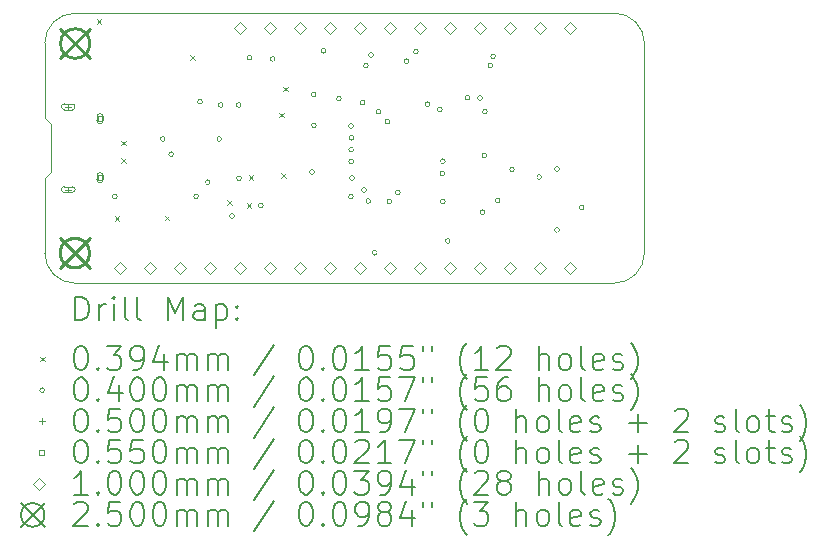
<source format=gbr>
%TF.GenerationSoftware,KiCad,Pcbnew,8.0.4-8.0.4-0~ubuntu22.04.1*%
%TF.CreationDate,2024-08-18T15:20:48-07:00*%
%TF.ProjectId,feather_M4_express,66656174-6865-4725-9f4d-345f65787072,rev?*%
%TF.SameCoordinates,Original*%
%TF.FileFunction,Drillmap*%
%TF.FilePolarity,Positive*%
%FSLAX45Y45*%
G04 Gerber Fmt 4.5, Leading zero omitted, Abs format (unit mm)*
G04 Created by KiCad (PCBNEW 8.0.4-8.0.4-0~ubuntu22.04.1) date 2024-08-18 15:20:48*
%MOMM*%
%LPD*%
G01*
G04 APERTURE LIST*
%ADD10C,0.050000*%
%ADD11C,0.200000*%
%ADD12C,0.100000*%
%ADD13C,0.250000*%
G04 APERTURE END LIST*
D10*
X20431025Y-12874525D02*
X20431025Y-13509525D01*
X20431025Y-13509525D02*
X20481825Y-13560325D01*
X20431025Y-14017525D02*
X20431025Y-14652525D01*
X20481825Y-13560325D02*
X20481825Y-13966725D01*
X20481825Y-13966725D02*
X20431025Y-14017525D01*
X20685025Y-14906525D02*
X25253415Y-14906525D01*
X25253415Y-12620525D02*
X20685025Y-12620525D01*
X25507415Y-14652525D02*
X25507415Y-12874525D01*
X20431025Y-12874525D02*
G75*
G02*
X20685025Y-12620525I254000J0D01*
G01*
X20685025Y-14906525D02*
G75*
G02*
X20431025Y-14652525I0J254000D01*
G01*
X25253415Y-12620525D02*
G75*
G02*
X25507415Y-12874525I0J-254000D01*
G01*
X25507415Y-14652525D02*
G75*
G02*
X25253415Y-14906525I-254000J0D01*
G01*
D11*
D12*
X20869275Y-12671425D02*
X20908645Y-12710795D01*
X20908645Y-12671425D02*
X20869275Y-12710795D01*
X21021675Y-14341475D02*
X21061045Y-14380845D01*
X21061045Y-14341475D02*
X21021675Y-14380845D01*
X21078825Y-13700125D02*
X21118195Y-13739495D01*
X21118195Y-13700125D02*
X21078825Y-13739495D01*
X21078825Y-13846175D02*
X21118195Y-13885545D01*
X21118195Y-13846175D02*
X21078825Y-13885545D01*
X21447125Y-14335125D02*
X21486495Y-14374495D01*
X21486495Y-14335125D02*
X21447125Y-14374495D01*
X21663025Y-12976225D02*
X21702395Y-13015595D01*
X21702395Y-12976225D02*
X21663025Y-13015595D01*
X21975836Y-14203436D02*
X22015206Y-14242806D01*
X22015206Y-14203436D02*
X21975836Y-14242806D01*
X22139275Y-14227175D02*
X22178645Y-14266545D01*
X22178645Y-14227175D02*
X22139275Y-14266545D01*
X22157055Y-13992710D02*
X22196425Y-14032080D01*
X22196425Y-13992710D02*
X22157055Y-14032080D01*
X22413595Y-13462635D02*
X22452965Y-13502005D01*
X22452965Y-13462635D02*
X22413595Y-13502005D01*
X22431375Y-13973175D02*
X22470745Y-14012545D01*
X22470745Y-13973175D02*
X22431375Y-14012545D01*
X22446615Y-13244195D02*
X22485985Y-13283565D01*
X22485985Y-13244195D02*
X22446615Y-13283565D01*
X21043580Y-14173220D02*
G75*
G02*
X21003580Y-14173220I-20000J0D01*
G01*
X21003580Y-14173220D02*
G75*
G02*
X21043580Y-14173220I20000J0D01*
G01*
X21449670Y-13685520D02*
G75*
G02*
X21409670Y-13685520I-20000J0D01*
G01*
X21409670Y-13685520D02*
G75*
G02*
X21449670Y-13685520I20000J0D01*
G01*
X21520720Y-13815060D02*
G75*
G02*
X21480720Y-13815060I-20000J0D01*
G01*
X21480720Y-13815060D02*
G75*
G02*
X21520720Y-13815060I20000J0D01*
G01*
X21731920Y-14170660D02*
G75*
G02*
X21691920Y-14170660I-20000J0D01*
G01*
X21691920Y-14170660D02*
G75*
G02*
X21731920Y-14170660I20000J0D01*
G01*
X21764940Y-13370560D02*
G75*
G02*
X21724940Y-13370560I-20000J0D01*
G01*
X21724940Y-13370560D02*
G75*
G02*
X21764940Y-13370560I20000J0D01*
G01*
X21830980Y-14051280D02*
G75*
G02*
X21790980Y-14051280I-20000J0D01*
G01*
X21790980Y-14051280D02*
G75*
G02*
X21830980Y-14051280I20000J0D01*
G01*
X21927500Y-13685520D02*
G75*
G02*
X21887500Y-13685520I-20000J0D01*
G01*
X21887500Y-13685520D02*
G75*
G02*
X21927500Y-13685520I20000J0D01*
G01*
X21940200Y-13398500D02*
G75*
G02*
X21900200Y-13398500I-20000J0D01*
G01*
X21900200Y-13398500D02*
G75*
G02*
X21940200Y-13398500I20000J0D01*
G01*
X22036720Y-14338390D02*
G75*
G02*
X21996720Y-14338390I-20000J0D01*
G01*
X21996720Y-14338390D02*
G75*
G02*
X22036720Y-14338390I20000J0D01*
G01*
X22092600Y-13398500D02*
G75*
G02*
X22052600Y-13398500I-20000J0D01*
G01*
X22052600Y-13398500D02*
G75*
G02*
X22092600Y-13398500I20000J0D01*
G01*
X22095140Y-14018260D02*
G75*
G02*
X22055140Y-14018260I-20000J0D01*
G01*
X22055140Y-14018260D02*
G75*
G02*
X22095140Y-14018260I20000J0D01*
G01*
X22184040Y-12997180D02*
G75*
G02*
X22144040Y-12997180I-20000J0D01*
G01*
X22144040Y-12997180D02*
G75*
G02*
X22184040Y-12997180I20000J0D01*
G01*
X22278921Y-14249826D02*
G75*
G02*
X22238921Y-14249826I-20000J0D01*
G01*
X22238921Y-14249826D02*
G75*
G02*
X22278921Y-14249826I20000J0D01*
G01*
X22379620Y-13008600D02*
G75*
G02*
X22339620Y-13008600I-20000J0D01*
G01*
X22339620Y-13008600D02*
G75*
G02*
X22379620Y-13008600I20000J0D01*
G01*
X22712360Y-13964920D02*
G75*
G02*
X22672360Y-13964920I-20000J0D01*
G01*
X22672360Y-13964920D02*
G75*
G02*
X22712360Y-13964920I20000J0D01*
G01*
X22727440Y-13308205D02*
G75*
G02*
X22687440Y-13308205I-20000J0D01*
G01*
X22687440Y-13308205D02*
G75*
G02*
X22727440Y-13308205I20000J0D01*
G01*
X22730047Y-13571134D02*
G75*
G02*
X22690047Y-13571134I-20000J0D01*
G01*
X22690047Y-13571134D02*
G75*
G02*
X22730047Y-13571134I20000J0D01*
G01*
X22811420Y-12938760D02*
G75*
G02*
X22771420Y-12938760I-20000J0D01*
G01*
X22771420Y-12938760D02*
G75*
G02*
X22811420Y-12938760I20000J0D01*
G01*
X22940960Y-13345160D02*
G75*
G02*
X22900960Y-13345160I-20000J0D01*
G01*
X22900960Y-13345160D02*
G75*
G02*
X22940960Y-13345160I20000J0D01*
G01*
X23042560Y-13576300D02*
G75*
G02*
X23002560Y-13576300I-20000J0D01*
G01*
X23002560Y-13576300D02*
G75*
G02*
X23042560Y-13576300I20000J0D01*
G01*
X23042560Y-14174660D02*
G75*
G02*
X23002560Y-14174660I-20000J0D01*
G01*
X23002560Y-14174660D02*
G75*
G02*
X23042560Y-14174660I20000J0D01*
G01*
X23044870Y-13777190D02*
G75*
G02*
X23004870Y-13777190I-20000J0D01*
G01*
X23004870Y-13777190D02*
G75*
G02*
X23044870Y-13777190I20000J0D01*
G01*
X23045100Y-13878560D02*
G75*
G02*
X23005100Y-13878560I-20000J0D01*
G01*
X23005100Y-13878560D02*
G75*
G02*
X23045100Y-13878560I20000J0D01*
G01*
X23046930Y-13677190D02*
G75*
G02*
X23006930Y-13677190I-20000J0D01*
G01*
X23006930Y-13677190D02*
G75*
G02*
X23046930Y-13677190I20000J0D01*
G01*
X23052720Y-14015720D02*
G75*
G02*
X23012720Y-14015720I-20000J0D01*
G01*
X23012720Y-14015720D02*
G75*
G02*
X23052720Y-14015720I20000J0D01*
G01*
X23141340Y-13377900D02*
G75*
G02*
X23101340Y-13377900I-20000J0D01*
G01*
X23101340Y-13377900D02*
G75*
G02*
X23141340Y-13377900I20000J0D01*
G01*
X23154320Y-14117320D02*
G75*
G02*
X23114320Y-14117320I-20000J0D01*
G01*
X23114320Y-14117320D02*
G75*
G02*
X23154320Y-14117320I20000J0D01*
G01*
X23169560Y-13065760D02*
G75*
G02*
X23129560Y-13065760I-20000J0D01*
G01*
X23129560Y-13065760D02*
G75*
G02*
X23169560Y-13065760I20000J0D01*
G01*
X23189880Y-14211300D02*
G75*
G02*
X23149880Y-14211300I-20000J0D01*
G01*
X23149880Y-14211300D02*
G75*
G02*
X23189880Y-14211300I20000J0D01*
G01*
X23212824Y-12974236D02*
G75*
G02*
X23172824Y-12974236I-20000J0D01*
G01*
X23172824Y-12974236D02*
G75*
G02*
X23212824Y-12974236I20000J0D01*
G01*
X23244663Y-14649623D02*
G75*
G02*
X23204663Y-14649623I-20000J0D01*
G01*
X23204663Y-14649623D02*
G75*
G02*
X23244663Y-14649623I20000J0D01*
G01*
X23276240Y-13454380D02*
G75*
G02*
X23236240Y-13454380I-20000J0D01*
G01*
X23236240Y-13454380D02*
G75*
G02*
X23276240Y-13454380I20000J0D01*
G01*
X23352440Y-13538200D02*
G75*
G02*
X23312440Y-13538200I-20000J0D01*
G01*
X23312440Y-13538200D02*
G75*
G02*
X23352440Y-13538200I20000J0D01*
G01*
X23368640Y-14216380D02*
G75*
G02*
X23328640Y-14216380I-20000J0D01*
G01*
X23328640Y-14216380D02*
G75*
G02*
X23368640Y-14216380I20000J0D01*
G01*
X23439760Y-14137640D02*
G75*
G02*
X23399760Y-14137640I-20000J0D01*
G01*
X23399760Y-14137640D02*
G75*
G02*
X23439760Y-14137640I20000J0D01*
G01*
X23514360Y-13027660D02*
G75*
G02*
X23474360Y-13027660I-20000J0D01*
G01*
X23474360Y-13027660D02*
G75*
G02*
X23514360Y-13027660I20000J0D01*
G01*
X23593375Y-12946745D02*
G75*
G02*
X23553375Y-12946745I-20000J0D01*
G01*
X23553375Y-12946745D02*
G75*
G02*
X23593375Y-12946745I20000J0D01*
G01*
X23692800Y-13390880D02*
G75*
G02*
X23652800Y-13390880I-20000J0D01*
G01*
X23652800Y-13390880D02*
G75*
G02*
X23692800Y-13390880I20000J0D01*
G01*
X23794400Y-13436600D02*
G75*
G02*
X23754400Y-13436600I-20000J0D01*
G01*
X23754400Y-13436600D02*
G75*
G02*
X23794400Y-13436600I20000J0D01*
G01*
X23817260Y-13977190D02*
G75*
G02*
X23777260Y-13977190I-20000J0D01*
G01*
X23777260Y-13977190D02*
G75*
G02*
X23817260Y-13977190I20000J0D01*
G01*
X23820760Y-13873480D02*
G75*
G02*
X23780760Y-13873480I-20000J0D01*
G01*
X23780760Y-13873480D02*
G75*
G02*
X23820760Y-13873480I20000J0D01*
G01*
X23820760Y-14213840D02*
G75*
G02*
X23780760Y-14213840I-20000J0D01*
G01*
X23780760Y-14213840D02*
G75*
G02*
X23820760Y-14213840I20000J0D01*
G01*
X23862660Y-14549270D02*
G75*
G02*
X23822660Y-14549270I-20000J0D01*
G01*
X23822660Y-14549270D02*
G75*
G02*
X23862660Y-14549270I20000J0D01*
G01*
X24029660Y-13335790D02*
G75*
G02*
X23989660Y-13335790I-20000J0D01*
G01*
X23989660Y-13335790D02*
G75*
G02*
X24029660Y-13335790I20000J0D01*
G01*
X24134760Y-13338330D02*
G75*
G02*
X24094760Y-13338330I-20000J0D01*
G01*
X24094760Y-13338330D02*
G75*
G02*
X24134760Y-13338330I20000J0D01*
G01*
X24157620Y-14305280D02*
G75*
G02*
X24117620Y-14305280I-20000J0D01*
G01*
X24117620Y-14305280D02*
G75*
G02*
X24157620Y-14305280I20000J0D01*
G01*
X24172860Y-13825220D02*
G75*
G02*
X24132860Y-13825220I-20000J0D01*
G01*
X24132860Y-13825220D02*
G75*
G02*
X24172860Y-13825220I20000J0D01*
G01*
X24177940Y-13454490D02*
G75*
G02*
X24137940Y-13454490I-20000J0D01*
G01*
X24137940Y-13454490D02*
G75*
G02*
X24177940Y-13454490I20000J0D01*
G01*
X24223836Y-13064765D02*
G75*
G02*
X24183836Y-13064765I-20000J0D01*
G01*
X24183836Y-13064765D02*
G75*
G02*
X24223836Y-13064765I20000J0D01*
G01*
X24246520Y-12986060D02*
G75*
G02*
X24206520Y-12986060I-20000J0D01*
G01*
X24206520Y-12986060D02*
G75*
G02*
X24246520Y-12986060I20000J0D01*
G01*
X24284620Y-14206220D02*
G75*
G02*
X24244620Y-14206220I-20000J0D01*
G01*
X24244620Y-14206220D02*
G75*
G02*
X24284620Y-14206220I20000J0D01*
G01*
X24406540Y-13944600D02*
G75*
G02*
X24366540Y-13944600I-20000J0D01*
G01*
X24366540Y-13944600D02*
G75*
G02*
X24406540Y-13944600I20000J0D01*
G01*
X24636755Y-14008554D02*
G75*
G02*
X24596755Y-14008554I-20000J0D01*
G01*
X24596755Y-14008554D02*
G75*
G02*
X24636755Y-14008554I20000J0D01*
G01*
X24787540Y-13940680D02*
G75*
G02*
X24747540Y-13940680I-20000J0D01*
G01*
X24747540Y-13940680D02*
G75*
G02*
X24787540Y-13940680I20000J0D01*
G01*
X24787540Y-14455140D02*
G75*
G02*
X24747540Y-14455140I-20000J0D01*
G01*
X24747540Y-14455140D02*
G75*
G02*
X24787540Y-14455140I20000J0D01*
G01*
X24995820Y-14267180D02*
G75*
G02*
X24955820Y-14267180I-20000J0D01*
G01*
X24955820Y-14267180D02*
G75*
G02*
X24995820Y-14267180I20000J0D01*
G01*
X20629880Y-13388820D02*
X20629880Y-13438820D01*
X20604880Y-13413820D02*
X20654880Y-13413820D01*
X20662380Y-13388820D02*
X20597380Y-13388820D01*
X20597380Y-13438820D02*
G75*
G02*
X20597380Y-13388820I0J25000D01*
G01*
X20597380Y-13438820D02*
X20662380Y-13438820D01*
X20662380Y-13438820D02*
G75*
G03*
X20662380Y-13388820I0J25000D01*
G01*
X20629880Y-14088820D02*
X20629880Y-14138820D01*
X20604880Y-14113820D02*
X20654880Y-14113820D01*
X20662380Y-14088820D02*
X20597380Y-14088820D01*
X20597380Y-14138820D02*
G75*
G02*
X20597380Y-14088820I0J25000D01*
G01*
X20597380Y-14138820D02*
X20662380Y-14138820D01*
X20662380Y-14138820D02*
G75*
G03*
X20662380Y-14088820I0J25000D01*
G01*
X20919326Y-13533266D02*
X20919326Y-13494374D01*
X20880434Y-13494374D01*
X20880434Y-13533266D01*
X20919326Y-13533266D01*
X20872380Y-13498820D02*
X20872380Y-13528820D01*
X20927380Y-13528820D02*
G75*
G02*
X20872380Y-13528820I-27500J0D01*
G01*
X20927380Y-13528820D02*
X20927380Y-13498820D01*
X20927380Y-13498820D02*
G75*
G03*
X20872380Y-13498820I-27500J0D01*
G01*
X20919326Y-14033266D02*
X20919326Y-13994374D01*
X20880434Y-13994374D01*
X20880434Y-14033266D01*
X20919326Y-14033266D01*
X20872380Y-13998820D02*
X20872380Y-14028820D01*
X20927380Y-14028820D02*
G75*
G02*
X20872380Y-14028820I-27500J0D01*
G01*
X20927380Y-14028820D02*
X20927380Y-13998820D01*
X20927380Y-13998820D02*
G75*
G03*
X20872380Y-13998820I-27500J0D01*
G01*
X21066760Y-14830260D02*
X21116760Y-14780260D01*
X21066760Y-14730260D01*
X21016760Y-14780260D01*
X21066760Y-14830260D01*
X21320760Y-14830260D02*
X21370760Y-14780260D01*
X21320760Y-14730260D01*
X21270760Y-14780260D01*
X21320760Y-14830260D01*
X21574760Y-14830260D02*
X21624760Y-14780260D01*
X21574760Y-14730260D01*
X21524760Y-14780260D01*
X21574760Y-14830260D01*
X21828760Y-14830260D02*
X21878760Y-14780260D01*
X21828760Y-14730260D01*
X21778760Y-14780260D01*
X21828760Y-14830260D01*
X22082760Y-12798260D02*
X22132760Y-12748260D01*
X22082760Y-12698260D01*
X22032760Y-12748260D01*
X22082760Y-12798260D01*
X22082760Y-14830260D02*
X22132760Y-14780260D01*
X22082760Y-14730260D01*
X22032760Y-14780260D01*
X22082760Y-14830260D01*
X22336760Y-12798260D02*
X22386760Y-12748260D01*
X22336760Y-12698260D01*
X22286760Y-12748260D01*
X22336760Y-12798260D01*
X22336760Y-14830260D02*
X22386760Y-14780260D01*
X22336760Y-14730260D01*
X22286760Y-14780260D01*
X22336760Y-14830260D01*
X22590760Y-12798260D02*
X22640760Y-12748260D01*
X22590760Y-12698260D01*
X22540760Y-12748260D01*
X22590760Y-12798260D01*
X22590760Y-14830260D02*
X22640760Y-14780260D01*
X22590760Y-14730260D01*
X22540760Y-14780260D01*
X22590760Y-14830260D01*
X22844760Y-12798260D02*
X22894760Y-12748260D01*
X22844760Y-12698260D01*
X22794760Y-12748260D01*
X22844760Y-12798260D01*
X22844760Y-14830260D02*
X22894760Y-14780260D01*
X22844760Y-14730260D01*
X22794760Y-14780260D01*
X22844760Y-14830260D01*
X23098760Y-12798260D02*
X23148760Y-12748260D01*
X23098760Y-12698260D01*
X23048760Y-12748260D01*
X23098760Y-12798260D01*
X23098760Y-14830260D02*
X23148760Y-14780260D01*
X23098760Y-14730260D01*
X23048760Y-14780260D01*
X23098760Y-14830260D01*
X23352760Y-12798260D02*
X23402760Y-12748260D01*
X23352760Y-12698260D01*
X23302760Y-12748260D01*
X23352760Y-12798260D01*
X23352760Y-14830260D02*
X23402760Y-14780260D01*
X23352760Y-14730260D01*
X23302760Y-14780260D01*
X23352760Y-14830260D01*
X23606760Y-12798260D02*
X23656760Y-12748260D01*
X23606760Y-12698260D01*
X23556760Y-12748260D01*
X23606760Y-12798260D01*
X23606760Y-14830260D02*
X23656760Y-14780260D01*
X23606760Y-14730260D01*
X23556760Y-14780260D01*
X23606760Y-14830260D01*
X23860760Y-12798260D02*
X23910760Y-12748260D01*
X23860760Y-12698260D01*
X23810760Y-12748260D01*
X23860760Y-12798260D01*
X23860760Y-14830260D02*
X23910760Y-14780260D01*
X23860760Y-14730260D01*
X23810760Y-14780260D01*
X23860760Y-14830260D01*
X24114760Y-12798260D02*
X24164760Y-12748260D01*
X24114760Y-12698260D01*
X24064760Y-12748260D01*
X24114760Y-12798260D01*
X24114760Y-14830260D02*
X24164760Y-14780260D01*
X24114760Y-14730260D01*
X24064760Y-14780260D01*
X24114760Y-14830260D01*
X24368760Y-12798260D02*
X24418760Y-12748260D01*
X24368760Y-12698260D01*
X24318760Y-12748260D01*
X24368760Y-12798260D01*
X24368760Y-14830260D02*
X24418760Y-14780260D01*
X24368760Y-14730260D01*
X24318760Y-14780260D01*
X24368760Y-14830260D01*
X24622760Y-12798260D02*
X24672760Y-12748260D01*
X24622760Y-12698260D01*
X24572760Y-12748260D01*
X24622760Y-12798260D01*
X24622760Y-14830260D02*
X24672760Y-14780260D01*
X24622760Y-14730260D01*
X24572760Y-14780260D01*
X24622760Y-14830260D01*
X24876760Y-12798260D02*
X24926760Y-12748260D01*
X24876760Y-12698260D01*
X24826760Y-12748260D01*
X24876760Y-12798260D01*
X24876760Y-14830260D02*
X24926760Y-14780260D01*
X24876760Y-14730260D01*
X24826760Y-14780260D01*
X24876760Y-14830260D01*
D13*
X20560760Y-14525720D02*
X20810760Y-14775720D01*
X20810760Y-14525720D02*
X20560760Y-14775720D01*
X20810760Y-14650720D02*
G75*
G02*
X20560760Y-14650720I-125000J0D01*
G01*
X20560760Y-14650720D02*
G75*
G02*
X20810760Y-14650720I125000J0D01*
G01*
X20560760Y-14528260D02*
X20810760Y-14778260D01*
X20810760Y-14528260D02*
X20560760Y-14778260D01*
X20810760Y-14653260D02*
G75*
G02*
X20560760Y-14653260I-125000J0D01*
G01*
X20560760Y-14653260D02*
G75*
G02*
X20810760Y-14653260I125000J0D01*
G01*
X20563300Y-12752800D02*
X20813300Y-13002800D01*
X20813300Y-12752800D02*
X20563300Y-13002800D01*
X20813300Y-12877800D02*
G75*
G02*
X20563300Y-12877800I-125000J0D01*
G01*
X20563300Y-12877800D02*
G75*
G02*
X20813300Y-12877800I125000J0D01*
G01*
D11*
X20689302Y-15220509D02*
X20689302Y-15020509D01*
X20689302Y-15020509D02*
X20736921Y-15020509D01*
X20736921Y-15020509D02*
X20765492Y-15030033D01*
X20765492Y-15030033D02*
X20784540Y-15049080D01*
X20784540Y-15049080D02*
X20794064Y-15068128D01*
X20794064Y-15068128D02*
X20803588Y-15106223D01*
X20803588Y-15106223D02*
X20803588Y-15134795D01*
X20803588Y-15134795D02*
X20794064Y-15172890D01*
X20794064Y-15172890D02*
X20784540Y-15191937D01*
X20784540Y-15191937D02*
X20765492Y-15210985D01*
X20765492Y-15210985D02*
X20736921Y-15220509D01*
X20736921Y-15220509D02*
X20689302Y-15220509D01*
X20889302Y-15220509D02*
X20889302Y-15087175D01*
X20889302Y-15125271D02*
X20898826Y-15106223D01*
X20898826Y-15106223D02*
X20908350Y-15096699D01*
X20908350Y-15096699D02*
X20927397Y-15087175D01*
X20927397Y-15087175D02*
X20946445Y-15087175D01*
X21013111Y-15220509D02*
X21013111Y-15087175D01*
X21013111Y-15020509D02*
X21003588Y-15030033D01*
X21003588Y-15030033D02*
X21013111Y-15039556D01*
X21013111Y-15039556D02*
X21022635Y-15030033D01*
X21022635Y-15030033D02*
X21013111Y-15020509D01*
X21013111Y-15020509D02*
X21013111Y-15039556D01*
X21136921Y-15220509D02*
X21117873Y-15210985D01*
X21117873Y-15210985D02*
X21108350Y-15191937D01*
X21108350Y-15191937D02*
X21108350Y-15020509D01*
X21241683Y-15220509D02*
X21222635Y-15210985D01*
X21222635Y-15210985D02*
X21213111Y-15191937D01*
X21213111Y-15191937D02*
X21213111Y-15020509D01*
X21470254Y-15220509D02*
X21470254Y-15020509D01*
X21470254Y-15020509D02*
X21536921Y-15163366D01*
X21536921Y-15163366D02*
X21603588Y-15020509D01*
X21603588Y-15020509D02*
X21603588Y-15220509D01*
X21784540Y-15220509D02*
X21784540Y-15115747D01*
X21784540Y-15115747D02*
X21775016Y-15096699D01*
X21775016Y-15096699D02*
X21755969Y-15087175D01*
X21755969Y-15087175D02*
X21717873Y-15087175D01*
X21717873Y-15087175D02*
X21698826Y-15096699D01*
X21784540Y-15210985D02*
X21765492Y-15220509D01*
X21765492Y-15220509D02*
X21717873Y-15220509D01*
X21717873Y-15220509D02*
X21698826Y-15210985D01*
X21698826Y-15210985D02*
X21689302Y-15191937D01*
X21689302Y-15191937D02*
X21689302Y-15172890D01*
X21689302Y-15172890D02*
X21698826Y-15153842D01*
X21698826Y-15153842D02*
X21717873Y-15144318D01*
X21717873Y-15144318D02*
X21765492Y-15144318D01*
X21765492Y-15144318D02*
X21784540Y-15134795D01*
X21879778Y-15087175D02*
X21879778Y-15287175D01*
X21879778Y-15096699D02*
X21898826Y-15087175D01*
X21898826Y-15087175D02*
X21936921Y-15087175D01*
X21936921Y-15087175D02*
X21955969Y-15096699D01*
X21955969Y-15096699D02*
X21965492Y-15106223D01*
X21965492Y-15106223D02*
X21975016Y-15125271D01*
X21975016Y-15125271D02*
X21975016Y-15182414D01*
X21975016Y-15182414D02*
X21965492Y-15201461D01*
X21965492Y-15201461D02*
X21955969Y-15210985D01*
X21955969Y-15210985D02*
X21936921Y-15220509D01*
X21936921Y-15220509D02*
X21898826Y-15220509D01*
X21898826Y-15220509D02*
X21879778Y-15210985D01*
X22060731Y-15201461D02*
X22070254Y-15210985D01*
X22070254Y-15210985D02*
X22060731Y-15220509D01*
X22060731Y-15220509D02*
X22051207Y-15210985D01*
X22051207Y-15210985D02*
X22060731Y-15201461D01*
X22060731Y-15201461D02*
X22060731Y-15220509D01*
X22060731Y-15096699D02*
X22070254Y-15106223D01*
X22070254Y-15106223D02*
X22060731Y-15115747D01*
X22060731Y-15115747D02*
X22051207Y-15106223D01*
X22051207Y-15106223D02*
X22060731Y-15096699D01*
X22060731Y-15096699D02*
X22060731Y-15115747D01*
D12*
X20389155Y-15529340D02*
X20428525Y-15568710D01*
X20428525Y-15529340D02*
X20389155Y-15568710D01*
D11*
X20727397Y-15440509D02*
X20746445Y-15440509D01*
X20746445Y-15440509D02*
X20765492Y-15450033D01*
X20765492Y-15450033D02*
X20775016Y-15459556D01*
X20775016Y-15459556D02*
X20784540Y-15478604D01*
X20784540Y-15478604D02*
X20794064Y-15516699D01*
X20794064Y-15516699D02*
X20794064Y-15564318D01*
X20794064Y-15564318D02*
X20784540Y-15602414D01*
X20784540Y-15602414D02*
X20775016Y-15621461D01*
X20775016Y-15621461D02*
X20765492Y-15630985D01*
X20765492Y-15630985D02*
X20746445Y-15640509D01*
X20746445Y-15640509D02*
X20727397Y-15640509D01*
X20727397Y-15640509D02*
X20708350Y-15630985D01*
X20708350Y-15630985D02*
X20698826Y-15621461D01*
X20698826Y-15621461D02*
X20689302Y-15602414D01*
X20689302Y-15602414D02*
X20679778Y-15564318D01*
X20679778Y-15564318D02*
X20679778Y-15516699D01*
X20679778Y-15516699D02*
X20689302Y-15478604D01*
X20689302Y-15478604D02*
X20698826Y-15459556D01*
X20698826Y-15459556D02*
X20708350Y-15450033D01*
X20708350Y-15450033D02*
X20727397Y-15440509D01*
X20879778Y-15621461D02*
X20889302Y-15630985D01*
X20889302Y-15630985D02*
X20879778Y-15640509D01*
X20879778Y-15640509D02*
X20870254Y-15630985D01*
X20870254Y-15630985D02*
X20879778Y-15621461D01*
X20879778Y-15621461D02*
X20879778Y-15640509D01*
X20955969Y-15440509D02*
X21079778Y-15440509D01*
X21079778Y-15440509D02*
X21013111Y-15516699D01*
X21013111Y-15516699D02*
X21041683Y-15516699D01*
X21041683Y-15516699D02*
X21060731Y-15526223D01*
X21060731Y-15526223D02*
X21070254Y-15535747D01*
X21070254Y-15535747D02*
X21079778Y-15554795D01*
X21079778Y-15554795D02*
X21079778Y-15602414D01*
X21079778Y-15602414D02*
X21070254Y-15621461D01*
X21070254Y-15621461D02*
X21060731Y-15630985D01*
X21060731Y-15630985D02*
X21041683Y-15640509D01*
X21041683Y-15640509D02*
X20984540Y-15640509D01*
X20984540Y-15640509D02*
X20965492Y-15630985D01*
X20965492Y-15630985D02*
X20955969Y-15621461D01*
X21175016Y-15640509D02*
X21213111Y-15640509D01*
X21213111Y-15640509D02*
X21232159Y-15630985D01*
X21232159Y-15630985D02*
X21241683Y-15621461D01*
X21241683Y-15621461D02*
X21260731Y-15592890D01*
X21260731Y-15592890D02*
X21270254Y-15554795D01*
X21270254Y-15554795D02*
X21270254Y-15478604D01*
X21270254Y-15478604D02*
X21260731Y-15459556D01*
X21260731Y-15459556D02*
X21251207Y-15450033D01*
X21251207Y-15450033D02*
X21232159Y-15440509D01*
X21232159Y-15440509D02*
X21194064Y-15440509D01*
X21194064Y-15440509D02*
X21175016Y-15450033D01*
X21175016Y-15450033D02*
X21165492Y-15459556D01*
X21165492Y-15459556D02*
X21155969Y-15478604D01*
X21155969Y-15478604D02*
X21155969Y-15526223D01*
X21155969Y-15526223D02*
X21165492Y-15545271D01*
X21165492Y-15545271D02*
X21175016Y-15554795D01*
X21175016Y-15554795D02*
X21194064Y-15564318D01*
X21194064Y-15564318D02*
X21232159Y-15564318D01*
X21232159Y-15564318D02*
X21251207Y-15554795D01*
X21251207Y-15554795D02*
X21260731Y-15545271D01*
X21260731Y-15545271D02*
X21270254Y-15526223D01*
X21441683Y-15507175D02*
X21441683Y-15640509D01*
X21394064Y-15430985D02*
X21346445Y-15573842D01*
X21346445Y-15573842D02*
X21470254Y-15573842D01*
X21546445Y-15640509D02*
X21546445Y-15507175D01*
X21546445Y-15526223D02*
X21555969Y-15516699D01*
X21555969Y-15516699D02*
X21575016Y-15507175D01*
X21575016Y-15507175D02*
X21603588Y-15507175D01*
X21603588Y-15507175D02*
X21622635Y-15516699D01*
X21622635Y-15516699D02*
X21632159Y-15535747D01*
X21632159Y-15535747D02*
X21632159Y-15640509D01*
X21632159Y-15535747D02*
X21641683Y-15516699D01*
X21641683Y-15516699D02*
X21660731Y-15507175D01*
X21660731Y-15507175D02*
X21689302Y-15507175D01*
X21689302Y-15507175D02*
X21708350Y-15516699D01*
X21708350Y-15516699D02*
X21717873Y-15535747D01*
X21717873Y-15535747D02*
X21717873Y-15640509D01*
X21813112Y-15640509D02*
X21813112Y-15507175D01*
X21813112Y-15526223D02*
X21822635Y-15516699D01*
X21822635Y-15516699D02*
X21841683Y-15507175D01*
X21841683Y-15507175D02*
X21870254Y-15507175D01*
X21870254Y-15507175D02*
X21889302Y-15516699D01*
X21889302Y-15516699D02*
X21898826Y-15535747D01*
X21898826Y-15535747D02*
X21898826Y-15640509D01*
X21898826Y-15535747D02*
X21908350Y-15516699D01*
X21908350Y-15516699D02*
X21927397Y-15507175D01*
X21927397Y-15507175D02*
X21955969Y-15507175D01*
X21955969Y-15507175D02*
X21975016Y-15516699D01*
X21975016Y-15516699D02*
X21984540Y-15535747D01*
X21984540Y-15535747D02*
X21984540Y-15640509D01*
X22375016Y-15430985D02*
X22203588Y-15688128D01*
X22632159Y-15440509D02*
X22651207Y-15440509D01*
X22651207Y-15440509D02*
X22670254Y-15450033D01*
X22670254Y-15450033D02*
X22679778Y-15459556D01*
X22679778Y-15459556D02*
X22689302Y-15478604D01*
X22689302Y-15478604D02*
X22698826Y-15516699D01*
X22698826Y-15516699D02*
X22698826Y-15564318D01*
X22698826Y-15564318D02*
X22689302Y-15602414D01*
X22689302Y-15602414D02*
X22679778Y-15621461D01*
X22679778Y-15621461D02*
X22670254Y-15630985D01*
X22670254Y-15630985D02*
X22651207Y-15640509D01*
X22651207Y-15640509D02*
X22632159Y-15640509D01*
X22632159Y-15640509D02*
X22613112Y-15630985D01*
X22613112Y-15630985D02*
X22603588Y-15621461D01*
X22603588Y-15621461D02*
X22594064Y-15602414D01*
X22594064Y-15602414D02*
X22584540Y-15564318D01*
X22584540Y-15564318D02*
X22584540Y-15516699D01*
X22584540Y-15516699D02*
X22594064Y-15478604D01*
X22594064Y-15478604D02*
X22603588Y-15459556D01*
X22603588Y-15459556D02*
X22613112Y-15450033D01*
X22613112Y-15450033D02*
X22632159Y-15440509D01*
X22784540Y-15621461D02*
X22794064Y-15630985D01*
X22794064Y-15630985D02*
X22784540Y-15640509D01*
X22784540Y-15640509D02*
X22775016Y-15630985D01*
X22775016Y-15630985D02*
X22784540Y-15621461D01*
X22784540Y-15621461D02*
X22784540Y-15640509D01*
X22917873Y-15440509D02*
X22936921Y-15440509D01*
X22936921Y-15440509D02*
X22955969Y-15450033D01*
X22955969Y-15450033D02*
X22965493Y-15459556D01*
X22965493Y-15459556D02*
X22975016Y-15478604D01*
X22975016Y-15478604D02*
X22984540Y-15516699D01*
X22984540Y-15516699D02*
X22984540Y-15564318D01*
X22984540Y-15564318D02*
X22975016Y-15602414D01*
X22975016Y-15602414D02*
X22965493Y-15621461D01*
X22965493Y-15621461D02*
X22955969Y-15630985D01*
X22955969Y-15630985D02*
X22936921Y-15640509D01*
X22936921Y-15640509D02*
X22917873Y-15640509D01*
X22917873Y-15640509D02*
X22898826Y-15630985D01*
X22898826Y-15630985D02*
X22889302Y-15621461D01*
X22889302Y-15621461D02*
X22879778Y-15602414D01*
X22879778Y-15602414D02*
X22870254Y-15564318D01*
X22870254Y-15564318D02*
X22870254Y-15516699D01*
X22870254Y-15516699D02*
X22879778Y-15478604D01*
X22879778Y-15478604D02*
X22889302Y-15459556D01*
X22889302Y-15459556D02*
X22898826Y-15450033D01*
X22898826Y-15450033D02*
X22917873Y-15440509D01*
X23175016Y-15640509D02*
X23060731Y-15640509D01*
X23117873Y-15640509D02*
X23117873Y-15440509D01*
X23117873Y-15440509D02*
X23098826Y-15469080D01*
X23098826Y-15469080D02*
X23079778Y-15488128D01*
X23079778Y-15488128D02*
X23060731Y-15497652D01*
X23355969Y-15440509D02*
X23260731Y-15440509D01*
X23260731Y-15440509D02*
X23251207Y-15535747D01*
X23251207Y-15535747D02*
X23260731Y-15526223D01*
X23260731Y-15526223D02*
X23279778Y-15516699D01*
X23279778Y-15516699D02*
X23327397Y-15516699D01*
X23327397Y-15516699D02*
X23346445Y-15526223D01*
X23346445Y-15526223D02*
X23355969Y-15535747D01*
X23355969Y-15535747D02*
X23365493Y-15554795D01*
X23365493Y-15554795D02*
X23365493Y-15602414D01*
X23365493Y-15602414D02*
X23355969Y-15621461D01*
X23355969Y-15621461D02*
X23346445Y-15630985D01*
X23346445Y-15630985D02*
X23327397Y-15640509D01*
X23327397Y-15640509D02*
X23279778Y-15640509D01*
X23279778Y-15640509D02*
X23260731Y-15630985D01*
X23260731Y-15630985D02*
X23251207Y-15621461D01*
X23546445Y-15440509D02*
X23451207Y-15440509D01*
X23451207Y-15440509D02*
X23441683Y-15535747D01*
X23441683Y-15535747D02*
X23451207Y-15526223D01*
X23451207Y-15526223D02*
X23470254Y-15516699D01*
X23470254Y-15516699D02*
X23517874Y-15516699D01*
X23517874Y-15516699D02*
X23536921Y-15526223D01*
X23536921Y-15526223D02*
X23546445Y-15535747D01*
X23546445Y-15535747D02*
X23555969Y-15554795D01*
X23555969Y-15554795D02*
X23555969Y-15602414D01*
X23555969Y-15602414D02*
X23546445Y-15621461D01*
X23546445Y-15621461D02*
X23536921Y-15630985D01*
X23536921Y-15630985D02*
X23517874Y-15640509D01*
X23517874Y-15640509D02*
X23470254Y-15640509D01*
X23470254Y-15640509D02*
X23451207Y-15630985D01*
X23451207Y-15630985D02*
X23441683Y-15621461D01*
X23632159Y-15440509D02*
X23632159Y-15478604D01*
X23708350Y-15440509D02*
X23708350Y-15478604D01*
X24003588Y-15716699D02*
X23994064Y-15707175D01*
X23994064Y-15707175D02*
X23975016Y-15678604D01*
X23975016Y-15678604D02*
X23965493Y-15659556D01*
X23965493Y-15659556D02*
X23955969Y-15630985D01*
X23955969Y-15630985D02*
X23946445Y-15583366D01*
X23946445Y-15583366D02*
X23946445Y-15545271D01*
X23946445Y-15545271D02*
X23955969Y-15497652D01*
X23955969Y-15497652D02*
X23965493Y-15469080D01*
X23965493Y-15469080D02*
X23975016Y-15450033D01*
X23975016Y-15450033D02*
X23994064Y-15421461D01*
X23994064Y-15421461D02*
X24003588Y-15411937D01*
X24184540Y-15640509D02*
X24070255Y-15640509D01*
X24127397Y-15640509D02*
X24127397Y-15440509D01*
X24127397Y-15440509D02*
X24108350Y-15469080D01*
X24108350Y-15469080D02*
X24089302Y-15488128D01*
X24089302Y-15488128D02*
X24070255Y-15497652D01*
X24260731Y-15459556D02*
X24270255Y-15450033D01*
X24270255Y-15450033D02*
X24289302Y-15440509D01*
X24289302Y-15440509D02*
X24336921Y-15440509D01*
X24336921Y-15440509D02*
X24355969Y-15450033D01*
X24355969Y-15450033D02*
X24365493Y-15459556D01*
X24365493Y-15459556D02*
X24375016Y-15478604D01*
X24375016Y-15478604D02*
X24375016Y-15497652D01*
X24375016Y-15497652D02*
X24365493Y-15526223D01*
X24365493Y-15526223D02*
X24251207Y-15640509D01*
X24251207Y-15640509D02*
X24375016Y-15640509D01*
X24613112Y-15640509D02*
X24613112Y-15440509D01*
X24698826Y-15640509D02*
X24698826Y-15535747D01*
X24698826Y-15535747D02*
X24689302Y-15516699D01*
X24689302Y-15516699D02*
X24670255Y-15507175D01*
X24670255Y-15507175D02*
X24641683Y-15507175D01*
X24641683Y-15507175D02*
X24622636Y-15516699D01*
X24622636Y-15516699D02*
X24613112Y-15526223D01*
X24822636Y-15640509D02*
X24803588Y-15630985D01*
X24803588Y-15630985D02*
X24794064Y-15621461D01*
X24794064Y-15621461D02*
X24784540Y-15602414D01*
X24784540Y-15602414D02*
X24784540Y-15545271D01*
X24784540Y-15545271D02*
X24794064Y-15526223D01*
X24794064Y-15526223D02*
X24803588Y-15516699D01*
X24803588Y-15516699D02*
X24822636Y-15507175D01*
X24822636Y-15507175D02*
X24851207Y-15507175D01*
X24851207Y-15507175D02*
X24870255Y-15516699D01*
X24870255Y-15516699D02*
X24879778Y-15526223D01*
X24879778Y-15526223D02*
X24889302Y-15545271D01*
X24889302Y-15545271D02*
X24889302Y-15602414D01*
X24889302Y-15602414D02*
X24879778Y-15621461D01*
X24879778Y-15621461D02*
X24870255Y-15630985D01*
X24870255Y-15630985D02*
X24851207Y-15640509D01*
X24851207Y-15640509D02*
X24822636Y-15640509D01*
X25003588Y-15640509D02*
X24984540Y-15630985D01*
X24984540Y-15630985D02*
X24975017Y-15611937D01*
X24975017Y-15611937D02*
X24975017Y-15440509D01*
X25155969Y-15630985D02*
X25136921Y-15640509D01*
X25136921Y-15640509D02*
X25098826Y-15640509D01*
X25098826Y-15640509D02*
X25079778Y-15630985D01*
X25079778Y-15630985D02*
X25070255Y-15611937D01*
X25070255Y-15611937D02*
X25070255Y-15535747D01*
X25070255Y-15535747D02*
X25079778Y-15516699D01*
X25079778Y-15516699D02*
X25098826Y-15507175D01*
X25098826Y-15507175D02*
X25136921Y-15507175D01*
X25136921Y-15507175D02*
X25155969Y-15516699D01*
X25155969Y-15516699D02*
X25165493Y-15535747D01*
X25165493Y-15535747D02*
X25165493Y-15554795D01*
X25165493Y-15554795D02*
X25070255Y-15573842D01*
X25241683Y-15630985D02*
X25260731Y-15640509D01*
X25260731Y-15640509D02*
X25298826Y-15640509D01*
X25298826Y-15640509D02*
X25317874Y-15630985D01*
X25317874Y-15630985D02*
X25327398Y-15611937D01*
X25327398Y-15611937D02*
X25327398Y-15602414D01*
X25327398Y-15602414D02*
X25317874Y-15583366D01*
X25317874Y-15583366D02*
X25298826Y-15573842D01*
X25298826Y-15573842D02*
X25270255Y-15573842D01*
X25270255Y-15573842D02*
X25251207Y-15564318D01*
X25251207Y-15564318D02*
X25241683Y-15545271D01*
X25241683Y-15545271D02*
X25241683Y-15535747D01*
X25241683Y-15535747D02*
X25251207Y-15516699D01*
X25251207Y-15516699D02*
X25270255Y-15507175D01*
X25270255Y-15507175D02*
X25298826Y-15507175D01*
X25298826Y-15507175D02*
X25317874Y-15516699D01*
X25394064Y-15716699D02*
X25403588Y-15707175D01*
X25403588Y-15707175D02*
X25422636Y-15678604D01*
X25422636Y-15678604D02*
X25432159Y-15659556D01*
X25432159Y-15659556D02*
X25441683Y-15630985D01*
X25441683Y-15630985D02*
X25451207Y-15583366D01*
X25451207Y-15583366D02*
X25451207Y-15545271D01*
X25451207Y-15545271D02*
X25441683Y-15497652D01*
X25441683Y-15497652D02*
X25432159Y-15469080D01*
X25432159Y-15469080D02*
X25422636Y-15450033D01*
X25422636Y-15450033D02*
X25403588Y-15421461D01*
X25403588Y-15421461D02*
X25394064Y-15411937D01*
D12*
X20428525Y-15813025D02*
G75*
G02*
X20388525Y-15813025I-20000J0D01*
G01*
X20388525Y-15813025D02*
G75*
G02*
X20428525Y-15813025I20000J0D01*
G01*
D11*
X20727397Y-15704509D02*
X20746445Y-15704509D01*
X20746445Y-15704509D02*
X20765492Y-15714033D01*
X20765492Y-15714033D02*
X20775016Y-15723556D01*
X20775016Y-15723556D02*
X20784540Y-15742604D01*
X20784540Y-15742604D02*
X20794064Y-15780699D01*
X20794064Y-15780699D02*
X20794064Y-15828318D01*
X20794064Y-15828318D02*
X20784540Y-15866414D01*
X20784540Y-15866414D02*
X20775016Y-15885461D01*
X20775016Y-15885461D02*
X20765492Y-15894985D01*
X20765492Y-15894985D02*
X20746445Y-15904509D01*
X20746445Y-15904509D02*
X20727397Y-15904509D01*
X20727397Y-15904509D02*
X20708350Y-15894985D01*
X20708350Y-15894985D02*
X20698826Y-15885461D01*
X20698826Y-15885461D02*
X20689302Y-15866414D01*
X20689302Y-15866414D02*
X20679778Y-15828318D01*
X20679778Y-15828318D02*
X20679778Y-15780699D01*
X20679778Y-15780699D02*
X20689302Y-15742604D01*
X20689302Y-15742604D02*
X20698826Y-15723556D01*
X20698826Y-15723556D02*
X20708350Y-15714033D01*
X20708350Y-15714033D02*
X20727397Y-15704509D01*
X20879778Y-15885461D02*
X20889302Y-15894985D01*
X20889302Y-15894985D02*
X20879778Y-15904509D01*
X20879778Y-15904509D02*
X20870254Y-15894985D01*
X20870254Y-15894985D02*
X20879778Y-15885461D01*
X20879778Y-15885461D02*
X20879778Y-15904509D01*
X21060731Y-15771175D02*
X21060731Y-15904509D01*
X21013111Y-15694985D02*
X20965492Y-15837842D01*
X20965492Y-15837842D02*
X21089302Y-15837842D01*
X21203588Y-15704509D02*
X21222635Y-15704509D01*
X21222635Y-15704509D02*
X21241683Y-15714033D01*
X21241683Y-15714033D02*
X21251207Y-15723556D01*
X21251207Y-15723556D02*
X21260731Y-15742604D01*
X21260731Y-15742604D02*
X21270254Y-15780699D01*
X21270254Y-15780699D02*
X21270254Y-15828318D01*
X21270254Y-15828318D02*
X21260731Y-15866414D01*
X21260731Y-15866414D02*
X21251207Y-15885461D01*
X21251207Y-15885461D02*
X21241683Y-15894985D01*
X21241683Y-15894985D02*
X21222635Y-15904509D01*
X21222635Y-15904509D02*
X21203588Y-15904509D01*
X21203588Y-15904509D02*
X21184540Y-15894985D01*
X21184540Y-15894985D02*
X21175016Y-15885461D01*
X21175016Y-15885461D02*
X21165492Y-15866414D01*
X21165492Y-15866414D02*
X21155969Y-15828318D01*
X21155969Y-15828318D02*
X21155969Y-15780699D01*
X21155969Y-15780699D02*
X21165492Y-15742604D01*
X21165492Y-15742604D02*
X21175016Y-15723556D01*
X21175016Y-15723556D02*
X21184540Y-15714033D01*
X21184540Y-15714033D02*
X21203588Y-15704509D01*
X21394064Y-15704509D02*
X21413112Y-15704509D01*
X21413112Y-15704509D02*
X21432159Y-15714033D01*
X21432159Y-15714033D02*
X21441683Y-15723556D01*
X21441683Y-15723556D02*
X21451207Y-15742604D01*
X21451207Y-15742604D02*
X21460731Y-15780699D01*
X21460731Y-15780699D02*
X21460731Y-15828318D01*
X21460731Y-15828318D02*
X21451207Y-15866414D01*
X21451207Y-15866414D02*
X21441683Y-15885461D01*
X21441683Y-15885461D02*
X21432159Y-15894985D01*
X21432159Y-15894985D02*
X21413112Y-15904509D01*
X21413112Y-15904509D02*
X21394064Y-15904509D01*
X21394064Y-15904509D02*
X21375016Y-15894985D01*
X21375016Y-15894985D02*
X21365492Y-15885461D01*
X21365492Y-15885461D02*
X21355969Y-15866414D01*
X21355969Y-15866414D02*
X21346445Y-15828318D01*
X21346445Y-15828318D02*
X21346445Y-15780699D01*
X21346445Y-15780699D02*
X21355969Y-15742604D01*
X21355969Y-15742604D02*
X21365492Y-15723556D01*
X21365492Y-15723556D02*
X21375016Y-15714033D01*
X21375016Y-15714033D02*
X21394064Y-15704509D01*
X21546445Y-15904509D02*
X21546445Y-15771175D01*
X21546445Y-15790223D02*
X21555969Y-15780699D01*
X21555969Y-15780699D02*
X21575016Y-15771175D01*
X21575016Y-15771175D02*
X21603588Y-15771175D01*
X21603588Y-15771175D02*
X21622635Y-15780699D01*
X21622635Y-15780699D02*
X21632159Y-15799747D01*
X21632159Y-15799747D02*
X21632159Y-15904509D01*
X21632159Y-15799747D02*
X21641683Y-15780699D01*
X21641683Y-15780699D02*
X21660731Y-15771175D01*
X21660731Y-15771175D02*
X21689302Y-15771175D01*
X21689302Y-15771175D02*
X21708350Y-15780699D01*
X21708350Y-15780699D02*
X21717873Y-15799747D01*
X21717873Y-15799747D02*
X21717873Y-15904509D01*
X21813112Y-15904509D02*
X21813112Y-15771175D01*
X21813112Y-15790223D02*
X21822635Y-15780699D01*
X21822635Y-15780699D02*
X21841683Y-15771175D01*
X21841683Y-15771175D02*
X21870254Y-15771175D01*
X21870254Y-15771175D02*
X21889302Y-15780699D01*
X21889302Y-15780699D02*
X21898826Y-15799747D01*
X21898826Y-15799747D02*
X21898826Y-15904509D01*
X21898826Y-15799747D02*
X21908350Y-15780699D01*
X21908350Y-15780699D02*
X21927397Y-15771175D01*
X21927397Y-15771175D02*
X21955969Y-15771175D01*
X21955969Y-15771175D02*
X21975016Y-15780699D01*
X21975016Y-15780699D02*
X21984540Y-15799747D01*
X21984540Y-15799747D02*
X21984540Y-15904509D01*
X22375016Y-15694985D02*
X22203588Y-15952128D01*
X22632159Y-15704509D02*
X22651207Y-15704509D01*
X22651207Y-15704509D02*
X22670254Y-15714033D01*
X22670254Y-15714033D02*
X22679778Y-15723556D01*
X22679778Y-15723556D02*
X22689302Y-15742604D01*
X22689302Y-15742604D02*
X22698826Y-15780699D01*
X22698826Y-15780699D02*
X22698826Y-15828318D01*
X22698826Y-15828318D02*
X22689302Y-15866414D01*
X22689302Y-15866414D02*
X22679778Y-15885461D01*
X22679778Y-15885461D02*
X22670254Y-15894985D01*
X22670254Y-15894985D02*
X22651207Y-15904509D01*
X22651207Y-15904509D02*
X22632159Y-15904509D01*
X22632159Y-15904509D02*
X22613112Y-15894985D01*
X22613112Y-15894985D02*
X22603588Y-15885461D01*
X22603588Y-15885461D02*
X22594064Y-15866414D01*
X22594064Y-15866414D02*
X22584540Y-15828318D01*
X22584540Y-15828318D02*
X22584540Y-15780699D01*
X22584540Y-15780699D02*
X22594064Y-15742604D01*
X22594064Y-15742604D02*
X22603588Y-15723556D01*
X22603588Y-15723556D02*
X22613112Y-15714033D01*
X22613112Y-15714033D02*
X22632159Y-15704509D01*
X22784540Y-15885461D02*
X22794064Y-15894985D01*
X22794064Y-15894985D02*
X22784540Y-15904509D01*
X22784540Y-15904509D02*
X22775016Y-15894985D01*
X22775016Y-15894985D02*
X22784540Y-15885461D01*
X22784540Y-15885461D02*
X22784540Y-15904509D01*
X22917873Y-15704509D02*
X22936921Y-15704509D01*
X22936921Y-15704509D02*
X22955969Y-15714033D01*
X22955969Y-15714033D02*
X22965493Y-15723556D01*
X22965493Y-15723556D02*
X22975016Y-15742604D01*
X22975016Y-15742604D02*
X22984540Y-15780699D01*
X22984540Y-15780699D02*
X22984540Y-15828318D01*
X22984540Y-15828318D02*
X22975016Y-15866414D01*
X22975016Y-15866414D02*
X22965493Y-15885461D01*
X22965493Y-15885461D02*
X22955969Y-15894985D01*
X22955969Y-15894985D02*
X22936921Y-15904509D01*
X22936921Y-15904509D02*
X22917873Y-15904509D01*
X22917873Y-15904509D02*
X22898826Y-15894985D01*
X22898826Y-15894985D02*
X22889302Y-15885461D01*
X22889302Y-15885461D02*
X22879778Y-15866414D01*
X22879778Y-15866414D02*
X22870254Y-15828318D01*
X22870254Y-15828318D02*
X22870254Y-15780699D01*
X22870254Y-15780699D02*
X22879778Y-15742604D01*
X22879778Y-15742604D02*
X22889302Y-15723556D01*
X22889302Y-15723556D02*
X22898826Y-15714033D01*
X22898826Y-15714033D02*
X22917873Y-15704509D01*
X23175016Y-15904509D02*
X23060731Y-15904509D01*
X23117873Y-15904509D02*
X23117873Y-15704509D01*
X23117873Y-15704509D02*
X23098826Y-15733080D01*
X23098826Y-15733080D02*
X23079778Y-15752128D01*
X23079778Y-15752128D02*
X23060731Y-15761652D01*
X23355969Y-15704509D02*
X23260731Y-15704509D01*
X23260731Y-15704509D02*
X23251207Y-15799747D01*
X23251207Y-15799747D02*
X23260731Y-15790223D01*
X23260731Y-15790223D02*
X23279778Y-15780699D01*
X23279778Y-15780699D02*
X23327397Y-15780699D01*
X23327397Y-15780699D02*
X23346445Y-15790223D01*
X23346445Y-15790223D02*
X23355969Y-15799747D01*
X23355969Y-15799747D02*
X23365493Y-15818795D01*
X23365493Y-15818795D02*
X23365493Y-15866414D01*
X23365493Y-15866414D02*
X23355969Y-15885461D01*
X23355969Y-15885461D02*
X23346445Y-15894985D01*
X23346445Y-15894985D02*
X23327397Y-15904509D01*
X23327397Y-15904509D02*
X23279778Y-15904509D01*
X23279778Y-15904509D02*
X23260731Y-15894985D01*
X23260731Y-15894985D02*
X23251207Y-15885461D01*
X23432159Y-15704509D02*
X23565493Y-15704509D01*
X23565493Y-15704509D02*
X23479778Y-15904509D01*
X23632159Y-15704509D02*
X23632159Y-15742604D01*
X23708350Y-15704509D02*
X23708350Y-15742604D01*
X24003588Y-15980699D02*
X23994064Y-15971175D01*
X23994064Y-15971175D02*
X23975016Y-15942604D01*
X23975016Y-15942604D02*
X23965493Y-15923556D01*
X23965493Y-15923556D02*
X23955969Y-15894985D01*
X23955969Y-15894985D02*
X23946445Y-15847366D01*
X23946445Y-15847366D02*
X23946445Y-15809271D01*
X23946445Y-15809271D02*
X23955969Y-15761652D01*
X23955969Y-15761652D02*
X23965493Y-15733080D01*
X23965493Y-15733080D02*
X23975016Y-15714033D01*
X23975016Y-15714033D02*
X23994064Y-15685461D01*
X23994064Y-15685461D02*
X24003588Y-15675937D01*
X24175016Y-15704509D02*
X24079778Y-15704509D01*
X24079778Y-15704509D02*
X24070255Y-15799747D01*
X24070255Y-15799747D02*
X24079778Y-15790223D01*
X24079778Y-15790223D02*
X24098826Y-15780699D01*
X24098826Y-15780699D02*
X24146445Y-15780699D01*
X24146445Y-15780699D02*
X24165493Y-15790223D01*
X24165493Y-15790223D02*
X24175016Y-15799747D01*
X24175016Y-15799747D02*
X24184540Y-15818795D01*
X24184540Y-15818795D02*
X24184540Y-15866414D01*
X24184540Y-15866414D02*
X24175016Y-15885461D01*
X24175016Y-15885461D02*
X24165493Y-15894985D01*
X24165493Y-15894985D02*
X24146445Y-15904509D01*
X24146445Y-15904509D02*
X24098826Y-15904509D01*
X24098826Y-15904509D02*
X24079778Y-15894985D01*
X24079778Y-15894985D02*
X24070255Y-15885461D01*
X24355969Y-15704509D02*
X24317874Y-15704509D01*
X24317874Y-15704509D02*
X24298826Y-15714033D01*
X24298826Y-15714033D02*
X24289302Y-15723556D01*
X24289302Y-15723556D02*
X24270255Y-15752128D01*
X24270255Y-15752128D02*
X24260731Y-15790223D01*
X24260731Y-15790223D02*
X24260731Y-15866414D01*
X24260731Y-15866414D02*
X24270255Y-15885461D01*
X24270255Y-15885461D02*
X24279778Y-15894985D01*
X24279778Y-15894985D02*
X24298826Y-15904509D01*
X24298826Y-15904509D02*
X24336921Y-15904509D01*
X24336921Y-15904509D02*
X24355969Y-15894985D01*
X24355969Y-15894985D02*
X24365493Y-15885461D01*
X24365493Y-15885461D02*
X24375016Y-15866414D01*
X24375016Y-15866414D02*
X24375016Y-15818795D01*
X24375016Y-15818795D02*
X24365493Y-15799747D01*
X24365493Y-15799747D02*
X24355969Y-15790223D01*
X24355969Y-15790223D02*
X24336921Y-15780699D01*
X24336921Y-15780699D02*
X24298826Y-15780699D01*
X24298826Y-15780699D02*
X24279778Y-15790223D01*
X24279778Y-15790223D02*
X24270255Y-15799747D01*
X24270255Y-15799747D02*
X24260731Y-15818795D01*
X24613112Y-15904509D02*
X24613112Y-15704509D01*
X24698826Y-15904509D02*
X24698826Y-15799747D01*
X24698826Y-15799747D02*
X24689302Y-15780699D01*
X24689302Y-15780699D02*
X24670255Y-15771175D01*
X24670255Y-15771175D02*
X24641683Y-15771175D01*
X24641683Y-15771175D02*
X24622636Y-15780699D01*
X24622636Y-15780699D02*
X24613112Y-15790223D01*
X24822636Y-15904509D02*
X24803588Y-15894985D01*
X24803588Y-15894985D02*
X24794064Y-15885461D01*
X24794064Y-15885461D02*
X24784540Y-15866414D01*
X24784540Y-15866414D02*
X24784540Y-15809271D01*
X24784540Y-15809271D02*
X24794064Y-15790223D01*
X24794064Y-15790223D02*
X24803588Y-15780699D01*
X24803588Y-15780699D02*
X24822636Y-15771175D01*
X24822636Y-15771175D02*
X24851207Y-15771175D01*
X24851207Y-15771175D02*
X24870255Y-15780699D01*
X24870255Y-15780699D02*
X24879778Y-15790223D01*
X24879778Y-15790223D02*
X24889302Y-15809271D01*
X24889302Y-15809271D02*
X24889302Y-15866414D01*
X24889302Y-15866414D02*
X24879778Y-15885461D01*
X24879778Y-15885461D02*
X24870255Y-15894985D01*
X24870255Y-15894985D02*
X24851207Y-15904509D01*
X24851207Y-15904509D02*
X24822636Y-15904509D01*
X25003588Y-15904509D02*
X24984540Y-15894985D01*
X24984540Y-15894985D02*
X24975017Y-15875937D01*
X24975017Y-15875937D02*
X24975017Y-15704509D01*
X25155969Y-15894985D02*
X25136921Y-15904509D01*
X25136921Y-15904509D02*
X25098826Y-15904509D01*
X25098826Y-15904509D02*
X25079778Y-15894985D01*
X25079778Y-15894985D02*
X25070255Y-15875937D01*
X25070255Y-15875937D02*
X25070255Y-15799747D01*
X25070255Y-15799747D02*
X25079778Y-15780699D01*
X25079778Y-15780699D02*
X25098826Y-15771175D01*
X25098826Y-15771175D02*
X25136921Y-15771175D01*
X25136921Y-15771175D02*
X25155969Y-15780699D01*
X25155969Y-15780699D02*
X25165493Y-15799747D01*
X25165493Y-15799747D02*
X25165493Y-15818795D01*
X25165493Y-15818795D02*
X25070255Y-15837842D01*
X25241683Y-15894985D02*
X25260731Y-15904509D01*
X25260731Y-15904509D02*
X25298826Y-15904509D01*
X25298826Y-15904509D02*
X25317874Y-15894985D01*
X25317874Y-15894985D02*
X25327398Y-15875937D01*
X25327398Y-15875937D02*
X25327398Y-15866414D01*
X25327398Y-15866414D02*
X25317874Y-15847366D01*
X25317874Y-15847366D02*
X25298826Y-15837842D01*
X25298826Y-15837842D02*
X25270255Y-15837842D01*
X25270255Y-15837842D02*
X25251207Y-15828318D01*
X25251207Y-15828318D02*
X25241683Y-15809271D01*
X25241683Y-15809271D02*
X25241683Y-15799747D01*
X25241683Y-15799747D02*
X25251207Y-15780699D01*
X25251207Y-15780699D02*
X25270255Y-15771175D01*
X25270255Y-15771175D02*
X25298826Y-15771175D01*
X25298826Y-15771175D02*
X25317874Y-15780699D01*
X25394064Y-15980699D02*
X25403588Y-15971175D01*
X25403588Y-15971175D02*
X25422636Y-15942604D01*
X25422636Y-15942604D02*
X25432159Y-15923556D01*
X25432159Y-15923556D02*
X25441683Y-15894985D01*
X25441683Y-15894985D02*
X25451207Y-15847366D01*
X25451207Y-15847366D02*
X25451207Y-15809271D01*
X25451207Y-15809271D02*
X25441683Y-15761652D01*
X25441683Y-15761652D02*
X25432159Y-15733080D01*
X25432159Y-15733080D02*
X25422636Y-15714033D01*
X25422636Y-15714033D02*
X25403588Y-15685461D01*
X25403588Y-15685461D02*
X25394064Y-15675937D01*
D12*
X20403525Y-16052025D02*
X20403525Y-16102025D01*
X20378525Y-16077025D02*
X20428525Y-16077025D01*
D11*
X20727397Y-15968509D02*
X20746445Y-15968509D01*
X20746445Y-15968509D02*
X20765492Y-15978033D01*
X20765492Y-15978033D02*
X20775016Y-15987556D01*
X20775016Y-15987556D02*
X20784540Y-16006604D01*
X20784540Y-16006604D02*
X20794064Y-16044699D01*
X20794064Y-16044699D02*
X20794064Y-16092318D01*
X20794064Y-16092318D02*
X20784540Y-16130414D01*
X20784540Y-16130414D02*
X20775016Y-16149461D01*
X20775016Y-16149461D02*
X20765492Y-16158985D01*
X20765492Y-16158985D02*
X20746445Y-16168509D01*
X20746445Y-16168509D02*
X20727397Y-16168509D01*
X20727397Y-16168509D02*
X20708350Y-16158985D01*
X20708350Y-16158985D02*
X20698826Y-16149461D01*
X20698826Y-16149461D02*
X20689302Y-16130414D01*
X20689302Y-16130414D02*
X20679778Y-16092318D01*
X20679778Y-16092318D02*
X20679778Y-16044699D01*
X20679778Y-16044699D02*
X20689302Y-16006604D01*
X20689302Y-16006604D02*
X20698826Y-15987556D01*
X20698826Y-15987556D02*
X20708350Y-15978033D01*
X20708350Y-15978033D02*
X20727397Y-15968509D01*
X20879778Y-16149461D02*
X20889302Y-16158985D01*
X20889302Y-16158985D02*
X20879778Y-16168509D01*
X20879778Y-16168509D02*
X20870254Y-16158985D01*
X20870254Y-16158985D02*
X20879778Y-16149461D01*
X20879778Y-16149461D02*
X20879778Y-16168509D01*
X21070254Y-15968509D02*
X20975016Y-15968509D01*
X20975016Y-15968509D02*
X20965492Y-16063747D01*
X20965492Y-16063747D02*
X20975016Y-16054223D01*
X20975016Y-16054223D02*
X20994064Y-16044699D01*
X20994064Y-16044699D02*
X21041683Y-16044699D01*
X21041683Y-16044699D02*
X21060731Y-16054223D01*
X21060731Y-16054223D02*
X21070254Y-16063747D01*
X21070254Y-16063747D02*
X21079778Y-16082795D01*
X21079778Y-16082795D02*
X21079778Y-16130414D01*
X21079778Y-16130414D02*
X21070254Y-16149461D01*
X21070254Y-16149461D02*
X21060731Y-16158985D01*
X21060731Y-16158985D02*
X21041683Y-16168509D01*
X21041683Y-16168509D02*
X20994064Y-16168509D01*
X20994064Y-16168509D02*
X20975016Y-16158985D01*
X20975016Y-16158985D02*
X20965492Y-16149461D01*
X21203588Y-15968509D02*
X21222635Y-15968509D01*
X21222635Y-15968509D02*
X21241683Y-15978033D01*
X21241683Y-15978033D02*
X21251207Y-15987556D01*
X21251207Y-15987556D02*
X21260731Y-16006604D01*
X21260731Y-16006604D02*
X21270254Y-16044699D01*
X21270254Y-16044699D02*
X21270254Y-16092318D01*
X21270254Y-16092318D02*
X21260731Y-16130414D01*
X21260731Y-16130414D02*
X21251207Y-16149461D01*
X21251207Y-16149461D02*
X21241683Y-16158985D01*
X21241683Y-16158985D02*
X21222635Y-16168509D01*
X21222635Y-16168509D02*
X21203588Y-16168509D01*
X21203588Y-16168509D02*
X21184540Y-16158985D01*
X21184540Y-16158985D02*
X21175016Y-16149461D01*
X21175016Y-16149461D02*
X21165492Y-16130414D01*
X21165492Y-16130414D02*
X21155969Y-16092318D01*
X21155969Y-16092318D02*
X21155969Y-16044699D01*
X21155969Y-16044699D02*
X21165492Y-16006604D01*
X21165492Y-16006604D02*
X21175016Y-15987556D01*
X21175016Y-15987556D02*
X21184540Y-15978033D01*
X21184540Y-15978033D02*
X21203588Y-15968509D01*
X21394064Y-15968509D02*
X21413112Y-15968509D01*
X21413112Y-15968509D02*
X21432159Y-15978033D01*
X21432159Y-15978033D02*
X21441683Y-15987556D01*
X21441683Y-15987556D02*
X21451207Y-16006604D01*
X21451207Y-16006604D02*
X21460731Y-16044699D01*
X21460731Y-16044699D02*
X21460731Y-16092318D01*
X21460731Y-16092318D02*
X21451207Y-16130414D01*
X21451207Y-16130414D02*
X21441683Y-16149461D01*
X21441683Y-16149461D02*
X21432159Y-16158985D01*
X21432159Y-16158985D02*
X21413112Y-16168509D01*
X21413112Y-16168509D02*
X21394064Y-16168509D01*
X21394064Y-16168509D02*
X21375016Y-16158985D01*
X21375016Y-16158985D02*
X21365492Y-16149461D01*
X21365492Y-16149461D02*
X21355969Y-16130414D01*
X21355969Y-16130414D02*
X21346445Y-16092318D01*
X21346445Y-16092318D02*
X21346445Y-16044699D01*
X21346445Y-16044699D02*
X21355969Y-16006604D01*
X21355969Y-16006604D02*
X21365492Y-15987556D01*
X21365492Y-15987556D02*
X21375016Y-15978033D01*
X21375016Y-15978033D02*
X21394064Y-15968509D01*
X21546445Y-16168509D02*
X21546445Y-16035175D01*
X21546445Y-16054223D02*
X21555969Y-16044699D01*
X21555969Y-16044699D02*
X21575016Y-16035175D01*
X21575016Y-16035175D02*
X21603588Y-16035175D01*
X21603588Y-16035175D02*
X21622635Y-16044699D01*
X21622635Y-16044699D02*
X21632159Y-16063747D01*
X21632159Y-16063747D02*
X21632159Y-16168509D01*
X21632159Y-16063747D02*
X21641683Y-16044699D01*
X21641683Y-16044699D02*
X21660731Y-16035175D01*
X21660731Y-16035175D02*
X21689302Y-16035175D01*
X21689302Y-16035175D02*
X21708350Y-16044699D01*
X21708350Y-16044699D02*
X21717873Y-16063747D01*
X21717873Y-16063747D02*
X21717873Y-16168509D01*
X21813112Y-16168509D02*
X21813112Y-16035175D01*
X21813112Y-16054223D02*
X21822635Y-16044699D01*
X21822635Y-16044699D02*
X21841683Y-16035175D01*
X21841683Y-16035175D02*
X21870254Y-16035175D01*
X21870254Y-16035175D02*
X21889302Y-16044699D01*
X21889302Y-16044699D02*
X21898826Y-16063747D01*
X21898826Y-16063747D02*
X21898826Y-16168509D01*
X21898826Y-16063747D02*
X21908350Y-16044699D01*
X21908350Y-16044699D02*
X21927397Y-16035175D01*
X21927397Y-16035175D02*
X21955969Y-16035175D01*
X21955969Y-16035175D02*
X21975016Y-16044699D01*
X21975016Y-16044699D02*
X21984540Y-16063747D01*
X21984540Y-16063747D02*
X21984540Y-16168509D01*
X22375016Y-15958985D02*
X22203588Y-16216128D01*
X22632159Y-15968509D02*
X22651207Y-15968509D01*
X22651207Y-15968509D02*
X22670254Y-15978033D01*
X22670254Y-15978033D02*
X22679778Y-15987556D01*
X22679778Y-15987556D02*
X22689302Y-16006604D01*
X22689302Y-16006604D02*
X22698826Y-16044699D01*
X22698826Y-16044699D02*
X22698826Y-16092318D01*
X22698826Y-16092318D02*
X22689302Y-16130414D01*
X22689302Y-16130414D02*
X22679778Y-16149461D01*
X22679778Y-16149461D02*
X22670254Y-16158985D01*
X22670254Y-16158985D02*
X22651207Y-16168509D01*
X22651207Y-16168509D02*
X22632159Y-16168509D01*
X22632159Y-16168509D02*
X22613112Y-16158985D01*
X22613112Y-16158985D02*
X22603588Y-16149461D01*
X22603588Y-16149461D02*
X22594064Y-16130414D01*
X22594064Y-16130414D02*
X22584540Y-16092318D01*
X22584540Y-16092318D02*
X22584540Y-16044699D01*
X22584540Y-16044699D02*
X22594064Y-16006604D01*
X22594064Y-16006604D02*
X22603588Y-15987556D01*
X22603588Y-15987556D02*
X22613112Y-15978033D01*
X22613112Y-15978033D02*
X22632159Y-15968509D01*
X22784540Y-16149461D02*
X22794064Y-16158985D01*
X22794064Y-16158985D02*
X22784540Y-16168509D01*
X22784540Y-16168509D02*
X22775016Y-16158985D01*
X22775016Y-16158985D02*
X22784540Y-16149461D01*
X22784540Y-16149461D02*
X22784540Y-16168509D01*
X22917873Y-15968509D02*
X22936921Y-15968509D01*
X22936921Y-15968509D02*
X22955969Y-15978033D01*
X22955969Y-15978033D02*
X22965493Y-15987556D01*
X22965493Y-15987556D02*
X22975016Y-16006604D01*
X22975016Y-16006604D02*
X22984540Y-16044699D01*
X22984540Y-16044699D02*
X22984540Y-16092318D01*
X22984540Y-16092318D02*
X22975016Y-16130414D01*
X22975016Y-16130414D02*
X22965493Y-16149461D01*
X22965493Y-16149461D02*
X22955969Y-16158985D01*
X22955969Y-16158985D02*
X22936921Y-16168509D01*
X22936921Y-16168509D02*
X22917873Y-16168509D01*
X22917873Y-16168509D02*
X22898826Y-16158985D01*
X22898826Y-16158985D02*
X22889302Y-16149461D01*
X22889302Y-16149461D02*
X22879778Y-16130414D01*
X22879778Y-16130414D02*
X22870254Y-16092318D01*
X22870254Y-16092318D02*
X22870254Y-16044699D01*
X22870254Y-16044699D02*
X22879778Y-16006604D01*
X22879778Y-16006604D02*
X22889302Y-15987556D01*
X22889302Y-15987556D02*
X22898826Y-15978033D01*
X22898826Y-15978033D02*
X22917873Y-15968509D01*
X23175016Y-16168509D02*
X23060731Y-16168509D01*
X23117873Y-16168509D02*
X23117873Y-15968509D01*
X23117873Y-15968509D02*
X23098826Y-15997080D01*
X23098826Y-15997080D02*
X23079778Y-16016128D01*
X23079778Y-16016128D02*
X23060731Y-16025652D01*
X23270254Y-16168509D02*
X23308350Y-16168509D01*
X23308350Y-16168509D02*
X23327397Y-16158985D01*
X23327397Y-16158985D02*
X23336921Y-16149461D01*
X23336921Y-16149461D02*
X23355969Y-16120890D01*
X23355969Y-16120890D02*
X23365493Y-16082795D01*
X23365493Y-16082795D02*
X23365493Y-16006604D01*
X23365493Y-16006604D02*
X23355969Y-15987556D01*
X23355969Y-15987556D02*
X23346445Y-15978033D01*
X23346445Y-15978033D02*
X23327397Y-15968509D01*
X23327397Y-15968509D02*
X23289302Y-15968509D01*
X23289302Y-15968509D02*
X23270254Y-15978033D01*
X23270254Y-15978033D02*
X23260731Y-15987556D01*
X23260731Y-15987556D02*
X23251207Y-16006604D01*
X23251207Y-16006604D02*
X23251207Y-16054223D01*
X23251207Y-16054223D02*
X23260731Y-16073271D01*
X23260731Y-16073271D02*
X23270254Y-16082795D01*
X23270254Y-16082795D02*
X23289302Y-16092318D01*
X23289302Y-16092318D02*
X23327397Y-16092318D01*
X23327397Y-16092318D02*
X23346445Y-16082795D01*
X23346445Y-16082795D02*
X23355969Y-16073271D01*
X23355969Y-16073271D02*
X23365493Y-16054223D01*
X23432159Y-15968509D02*
X23565493Y-15968509D01*
X23565493Y-15968509D02*
X23479778Y-16168509D01*
X23632159Y-15968509D02*
X23632159Y-16006604D01*
X23708350Y-15968509D02*
X23708350Y-16006604D01*
X24003588Y-16244699D02*
X23994064Y-16235175D01*
X23994064Y-16235175D02*
X23975016Y-16206604D01*
X23975016Y-16206604D02*
X23965493Y-16187556D01*
X23965493Y-16187556D02*
X23955969Y-16158985D01*
X23955969Y-16158985D02*
X23946445Y-16111366D01*
X23946445Y-16111366D02*
X23946445Y-16073271D01*
X23946445Y-16073271D02*
X23955969Y-16025652D01*
X23955969Y-16025652D02*
X23965493Y-15997080D01*
X23965493Y-15997080D02*
X23975016Y-15978033D01*
X23975016Y-15978033D02*
X23994064Y-15949461D01*
X23994064Y-15949461D02*
X24003588Y-15939937D01*
X24117874Y-15968509D02*
X24136921Y-15968509D01*
X24136921Y-15968509D02*
X24155969Y-15978033D01*
X24155969Y-15978033D02*
X24165493Y-15987556D01*
X24165493Y-15987556D02*
X24175016Y-16006604D01*
X24175016Y-16006604D02*
X24184540Y-16044699D01*
X24184540Y-16044699D02*
X24184540Y-16092318D01*
X24184540Y-16092318D02*
X24175016Y-16130414D01*
X24175016Y-16130414D02*
X24165493Y-16149461D01*
X24165493Y-16149461D02*
X24155969Y-16158985D01*
X24155969Y-16158985D02*
X24136921Y-16168509D01*
X24136921Y-16168509D02*
X24117874Y-16168509D01*
X24117874Y-16168509D02*
X24098826Y-16158985D01*
X24098826Y-16158985D02*
X24089302Y-16149461D01*
X24089302Y-16149461D02*
X24079778Y-16130414D01*
X24079778Y-16130414D02*
X24070255Y-16092318D01*
X24070255Y-16092318D02*
X24070255Y-16044699D01*
X24070255Y-16044699D02*
X24079778Y-16006604D01*
X24079778Y-16006604D02*
X24089302Y-15987556D01*
X24089302Y-15987556D02*
X24098826Y-15978033D01*
X24098826Y-15978033D02*
X24117874Y-15968509D01*
X24422636Y-16168509D02*
X24422636Y-15968509D01*
X24508350Y-16168509D02*
X24508350Y-16063747D01*
X24508350Y-16063747D02*
X24498826Y-16044699D01*
X24498826Y-16044699D02*
X24479778Y-16035175D01*
X24479778Y-16035175D02*
X24451207Y-16035175D01*
X24451207Y-16035175D02*
X24432159Y-16044699D01*
X24432159Y-16044699D02*
X24422636Y-16054223D01*
X24632159Y-16168509D02*
X24613112Y-16158985D01*
X24613112Y-16158985D02*
X24603588Y-16149461D01*
X24603588Y-16149461D02*
X24594064Y-16130414D01*
X24594064Y-16130414D02*
X24594064Y-16073271D01*
X24594064Y-16073271D02*
X24603588Y-16054223D01*
X24603588Y-16054223D02*
X24613112Y-16044699D01*
X24613112Y-16044699D02*
X24632159Y-16035175D01*
X24632159Y-16035175D02*
X24660731Y-16035175D01*
X24660731Y-16035175D02*
X24679778Y-16044699D01*
X24679778Y-16044699D02*
X24689302Y-16054223D01*
X24689302Y-16054223D02*
X24698826Y-16073271D01*
X24698826Y-16073271D02*
X24698826Y-16130414D01*
X24698826Y-16130414D02*
X24689302Y-16149461D01*
X24689302Y-16149461D02*
X24679778Y-16158985D01*
X24679778Y-16158985D02*
X24660731Y-16168509D01*
X24660731Y-16168509D02*
X24632159Y-16168509D01*
X24813112Y-16168509D02*
X24794064Y-16158985D01*
X24794064Y-16158985D02*
X24784540Y-16139937D01*
X24784540Y-16139937D02*
X24784540Y-15968509D01*
X24965493Y-16158985D02*
X24946445Y-16168509D01*
X24946445Y-16168509D02*
X24908350Y-16168509D01*
X24908350Y-16168509D02*
X24889302Y-16158985D01*
X24889302Y-16158985D02*
X24879778Y-16139937D01*
X24879778Y-16139937D02*
X24879778Y-16063747D01*
X24879778Y-16063747D02*
X24889302Y-16044699D01*
X24889302Y-16044699D02*
X24908350Y-16035175D01*
X24908350Y-16035175D02*
X24946445Y-16035175D01*
X24946445Y-16035175D02*
X24965493Y-16044699D01*
X24965493Y-16044699D02*
X24975017Y-16063747D01*
X24975017Y-16063747D02*
X24975017Y-16082795D01*
X24975017Y-16082795D02*
X24879778Y-16101842D01*
X25051207Y-16158985D02*
X25070255Y-16168509D01*
X25070255Y-16168509D02*
X25108350Y-16168509D01*
X25108350Y-16168509D02*
X25127398Y-16158985D01*
X25127398Y-16158985D02*
X25136921Y-16139937D01*
X25136921Y-16139937D02*
X25136921Y-16130414D01*
X25136921Y-16130414D02*
X25127398Y-16111366D01*
X25127398Y-16111366D02*
X25108350Y-16101842D01*
X25108350Y-16101842D02*
X25079778Y-16101842D01*
X25079778Y-16101842D02*
X25060731Y-16092318D01*
X25060731Y-16092318D02*
X25051207Y-16073271D01*
X25051207Y-16073271D02*
X25051207Y-16063747D01*
X25051207Y-16063747D02*
X25060731Y-16044699D01*
X25060731Y-16044699D02*
X25079778Y-16035175D01*
X25079778Y-16035175D02*
X25108350Y-16035175D01*
X25108350Y-16035175D02*
X25127398Y-16044699D01*
X25375017Y-16092318D02*
X25527398Y-16092318D01*
X25451207Y-16168509D02*
X25451207Y-16016128D01*
X25765493Y-15987556D02*
X25775017Y-15978033D01*
X25775017Y-15978033D02*
X25794064Y-15968509D01*
X25794064Y-15968509D02*
X25841683Y-15968509D01*
X25841683Y-15968509D02*
X25860731Y-15978033D01*
X25860731Y-15978033D02*
X25870255Y-15987556D01*
X25870255Y-15987556D02*
X25879779Y-16006604D01*
X25879779Y-16006604D02*
X25879779Y-16025652D01*
X25879779Y-16025652D02*
X25870255Y-16054223D01*
X25870255Y-16054223D02*
X25755969Y-16168509D01*
X25755969Y-16168509D02*
X25879779Y-16168509D01*
X26108350Y-16158985D02*
X26127398Y-16168509D01*
X26127398Y-16168509D02*
X26165493Y-16168509D01*
X26165493Y-16168509D02*
X26184541Y-16158985D01*
X26184541Y-16158985D02*
X26194064Y-16139937D01*
X26194064Y-16139937D02*
X26194064Y-16130414D01*
X26194064Y-16130414D02*
X26184541Y-16111366D01*
X26184541Y-16111366D02*
X26165493Y-16101842D01*
X26165493Y-16101842D02*
X26136921Y-16101842D01*
X26136921Y-16101842D02*
X26117874Y-16092318D01*
X26117874Y-16092318D02*
X26108350Y-16073271D01*
X26108350Y-16073271D02*
X26108350Y-16063747D01*
X26108350Y-16063747D02*
X26117874Y-16044699D01*
X26117874Y-16044699D02*
X26136921Y-16035175D01*
X26136921Y-16035175D02*
X26165493Y-16035175D01*
X26165493Y-16035175D02*
X26184541Y-16044699D01*
X26308350Y-16168509D02*
X26289302Y-16158985D01*
X26289302Y-16158985D02*
X26279779Y-16139937D01*
X26279779Y-16139937D02*
X26279779Y-15968509D01*
X26413112Y-16168509D02*
X26394064Y-16158985D01*
X26394064Y-16158985D02*
X26384541Y-16149461D01*
X26384541Y-16149461D02*
X26375017Y-16130414D01*
X26375017Y-16130414D02*
X26375017Y-16073271D01*
X26375017Y-16073271D02*
X26384541Y-16054223D01*
X26384541Y-16054223D02*
X26394064Y-16044699D01*
X26394064Y-16044699D02*
X26413112Y-16035175D01*
X26413112Y-16035175D02*
X26441683Y-16035175D01*
X26441683Y-16035175D02*
X26460731Y-16044699D01*
X26460731Y-16044699D02*
X26470255Y-16054223D01*
X26470255Y-16054223D02*
X26479779Y-16073271D01*
X26479779Y-16073271D02*
X26479779Y-16130414D01*
X26479779Y-16130414D02*
X26470255Y-16149461D01*
X26470255Y-16149461D02*
X26460731Y-16158985D01*
X26460731Y-16158985D02*
X26441683Y-16168509D01*
X26441683Y-16168509D02*
X26413112Y-16168509D01*
X26536922Y-16035175D02*
X26613112Y-16035175D01*
X26565493Y-15968509D02*
X26565493Y-16139937D01*
X26565493Y-16139937D02*
X26575017Y-16158985D01*
X26575017Y-16158985D02*
X26594064Y-16168509D01*
X26594064Y-16168509D02*
X26613112Y-16168509D01*
X26670255Y-16158985D02*
X26689302Y-16168509D01*
X26689302Y-16168509D02*
X26727398Y-16168509D01*
X26727398Y-16168509D02*
X26746445Y-16158985D01*
X26746445Y-16158985D02*
X26755969Y-16139937D01*
X26755969Y-16139937D02*
X26755969Y-16130414D01*
X26755969Y-16130414D02*
X26746445Y-16111366D01*
X26746445Y-16111366D02*
X26727398Y-16101842D01*
X26727398Y-16101842D02*
X26698826Y-16101842D01*
X26698826Y-16101842D02*
X26679779Y-16092318D01*
X26679779Y-16092318D02*
X26670255Y-16073271D01*
X26670255Y-16073271D02*
X26670255Y-16063747D01*
X26670255Y-16063747D02*
X26679779Y-16044699D01*
X26679779Y-16044699D02*
X26698826Y-16035175D01*
X26698826Y-16035175D02*
X26727398Y-16035175D01*
X26727398Y-16035175D02*
X26746445Y-16044699D01*
X26822636Y-16244699D02*
X26832160Y-16235175D01*
X26832160Y-16235175D02*
X26851207Y-16206604D01*
X26851207Y-16206604D02*
X26860731Y-16187556D01*
X26860731Y-16187556D02*
X26870255Y-16158985D01*
X26870255Y-16158985D02*
X26879779Y-16111366D01*
X26879779Y-16111366D02*
X26879779Y-16073271D01*
X26879779Y-16073271D02*
X26870255Y-16025652D01*
X26870255Y-16025652D02*
X26860731Y-15997080D01*
X26860731Y-15997080D02*
X26851207Y-15978033D01*
X26851207Y-15978033D02*
X26832160Y-15949461D01*
X26832160Y-15949461D02*
X26822636Y-15939937D01*
D12*
X20420471Y-16360471D02*
X20420471Y-16321579D01*
X20381580Y-16321579D01*
X20381580Y-16360471D01*
X20420471Y-16360471D01*
D11*
X20727397Y-16232509D02*
X20746445Y-16232509D01*
X20746445Y-16232509D02*
X20765492Y-16242033D01*
X20765492Y-16242033D02*
X20775016Y-16251556D01*
X20775016Y-16251556D02*
X20784540Y-16270604D01*
X20784540Y-16270604D02*
X20794064Y-16308699D01*
X20794064Y-16308699D02*
X20794064Y-16356318D01*
X20794064Y-16356318D02*
X20784540Y-16394414D01*
X20784540Y-16394414D02*
X20775016Y-16413461D01*
X20775016Y-16413461D02*
X20765492Y-16422985D01*
X20765492Y-16422985D02*
X20746445Y-16432509D01*
X20746445Y-16432509D02*
X20727397Y-16432509D01*
X20727397Y-16432509D02*
X20708350Y-16422985D01*
X20708350Y-16422985D02*
X20698826Y-16413461D01*
X20698826Y-16413461D02*
X20689302Y-16394414D01*
X20689302Y-16394414D02*
X20679778Y-16356318D01*
X20679778Y-16356318D02*
X20679778Y-16308699D01*
X20679778Y-16308699D02*
X20689302Y-16270604D01*
X20689302Y-16270604D02*
X20698826Y-16251556D01*
X20698826Y-16251556D02*
X20708350Y-16242033D01*
X20708350Y-16242033D02*
X20727397Y-16232509D01*
X20879778Y-16413461D02*
X20889302Y-16422985D01*
X20889302Y-16422985D02*
X20879778Y-16432509D01*
X20879778Y-16432509D02*
X20870254Y-16422985D01*
X20870254Y-16422985D02*
X20879778Y-16413461D01*
X20879778Y-16413461D02*
X20879778Y-16432509D01*
X21070254Y-16232509D02*
X20975016Y-16232509D01*
X20975016Y-16232509D02*
X20965492Y-16327747D01*
X20965492Y-16327747D02*
X20975016Y-16318223D01*
X20975016Y-16318223D02*
X20994064Y-16308699D01*
X20994064Y-16308699D02*
X21041683Y-16308699D01*
X21041683Y-16308699D02*
X21060731Y-16318223D01*
X21060731Y-16318223D02*
X21070254Y-16327747D01*
X21070254Y-16327747D02*
X21079778Y-16346795D01*
X21079778Y-16346795D02*
X21079778Y-16394414D01*
X21079778Y-16394414D02*
X21070254Y-16413461D01*
X21070254Y-16413461D02*
X21060731Y-16422985D01*
X21060731Y-16422985D02*
X21041683Y-16432509D01*
X21041683Y-16432509D02*
X20994064Y-16432509D01*
X20994064Y-16432509D02*
X20975016Y-16422985D01*
X20975016Y-16422985D02*
X20965492Y-16413461D01*
X21260731Y-16232509D02*
X21165492Y-16232509D01*
X21165492Y-16232509D02*
X21155969Y-16327747D01*
X21155969Y-16327747D02*
X21165492Y-16318223D01*
X21165492Y-16318223D02*
X21184540Y-16308699D01*
X21184540Y-16308699D02*
X21232159Y-16308699D01*
X21232159Y-16308699D02*
X21251207Y-16318223D01*
X21251207Y-16318223D02*
X21260731Y-16327747D01*
X21260731Y-16327747D02*
X21270254Y-16346795D01*
X21270254Y-16346795D02*
X21270254Y-16394414D01*
X21270254Y-16394414D02*
X21260731Y-16413461D01*
X21260731Y-16413461D02*
X21251207Y-16422985D01*
X21251207Y-16422985D02*
X21232159Y-16432509D01*
X21232159Y-16432509D02*
X21184540Y-16432509D01*
X21184540Y-16432509D02*
X21165492Y-16422985D01*
X21165492Y-16422985D02*
X21155969Y-16413461D01*
X21394064Y-16232509D02*
X21413112Y-16232509D01*
X21413112Y-16232509D02*
X21432159Y-16242033D01*
X21432159Y-16242033D02*
X21441683Y-16251556D01*
X21441683Y-16251556D02*
X21451207Y-16270604D01*
X21451207Y-16270604D02*
X21460731Y-16308699D01*
X21460731Y-16308699D02*
X21460731Y-16356318D01*
X21460731Y-16356318D02*
X21451207Y-16394414D01*
X21451207Y-16394414D02*
X21441683Y-16413461D01*
X21441683Y-16413461D02*
X21432159Y-16422985D01*
X21432159Y-16422985D02*
X21413112Y-16432509D01*
X21413112Y-16432509D02*
X21394064Y-16432509D01*
X21394064Y-16432509D02*
X21375016Y-16422985D01*
X21375016Y-16422985D02*
X21365492Y-16413461D01*
X21365492Y-16413461D02*
X21355969Y-16394414D01*
X21355969Y-16394414D02*
X21346445Y-16356318D01*
X21346445Y-16356318D02*
X21346445Y-16308699D01*
X21346445Y-16308699D02*
X21355969Y-16270604D01*
X21355969Y-16270604D02*
X21365492Y-16251556D01*
X21365492Y-16251556D02*
X21375016Y-16242033D01*
X21375016Y-16242033D02*
X21394064Y-16232509D01*
X21546445Y-16432509D02*
X21546445Y-16299175D01*
X21546445Y-16318223D02*
X21555969Y-16308699D01*
X21555969Y-16308699D02*
X21575016Y-16299175D01*
X21575016Y-16299175D02*
X21603588Y-16299175D01*
X21603588Y-16299175D02*
X21622635Y-16308699D01*
X21622635Y-16308699D02*
X21632159Y-16327747D01*
X21632159Y-16327747D02*
X21632159Y-16432509D01*
X21632159Y-16327747D02*
X21641683Y-16308699D01*
X21641683Y-16308699D02*
X21660731Y-16299175D01*
X21660731Y-16299175D02*
X21689302Y-16299175D01*
X21689302Y-16299175D02*
X21708350Y-16308699D01*
X21708350Y-16308699D02*
X21717873Y-16327747D01*
X21717873Y-16327747D02*
X21717873Y-16432509D01*
X21813112Y-16432509D02*
X21813112Y-16299175D01*
X21813112Y-16318223D02*
X21822635Y-16308699D01*
X21822635Y-16308699D02*
X21841683Y-16299175D01*
X21841683Y-16299175D02*
X21870254Y-16299175D01*
X21870254Y-16299175D02*
X21889302Y-16308699D01*
X21889302Y-16308699D02*
X21898826Y-16327747D01*
X21898826Y-16327747D02*
X21898826Y-16432509D01*
X21898826Y-16327747D02*
X21908350Y-16308699D01*
X21908350Y-16308699D02*
X21927397Y-16299175D01*
X21927397Y-16299175D02*
X21955969Y-16299175D01*
X21955969Y-16299175D02*
X21975016Y-16308699D01*
X21975016Y-16308699D02*
X21984540Y-16327747D01*
X21984540Y-16327747D02*
X21984540Y-16432509D01*
X22375016Y-16222985D02*
X22203588Y-16480128D01*
X22632159Y-16232509D02*
X22651207Y-16232509D01*
X22651207Y-16232509D02*
X22670254Y-16242033D01*
X22670254Y-16242033D02*
X22679778Y-16251556D01*
X22679778Y-16251556D02*
X22689302Y-16270604D01*
X22689302Y-16270604D02*
X22698826Y-16308699D01*
X22698826Y-16308699D02*
X22698826Y-16356318D01*
X22698826Y-16356318D02*
X22689302Y-16394414D01*
X22689302Y-16394414D02*
X22679778Y-16413461D01*
X22679778Y-16413461D02*
X22670254Y-16422985D01*
X22670254Y-16422985D02*
X22651207Y-16432509D01*
X22651207Y-16432509D02*
X22632159Y-16432509D01*
X22632159Y-16432509D02*
X22613112Y-16422985D01*
X22613112Y-16422985D02*
X22603588Y-16413461D01*
X22603588Y-16413461D02*
X22594064Y-16394414D01*
X22594064Y-16394414D02*
X22584540Y-16356318D01*
X22584540Y-16356318D02*
X22584540Y-16308699D01*
X22584540Y-16308699D02*
X22594064Y-16270604D01*
X22594064Y-16270604D02*
X22603588Y-16251556D01*
X22603588Y-16251556D02*
X22613112Y-16242033D01*
X22613112Y-16242033D02*
X22632159Y-16232509D01*
X22784540Y-16413461D02*
X22794064Y-16422985D01*
X22794064Y-16422985D02*
X22784540Y-16432509D01*
X22784540Y-16432509D02*
X22775016Y-16422985D01*
X22775016Y-16422985D02*
X22784540Y-16413461D01*
X22784540Y-16413461D02*
X22784540Y-16432509D01*
X22917873Y-16232509D02*
X22936921Y-16232509D01*
X22936921Y-16232509D02*
X22955969Y-16242033D01*
X22955969Y-16242033D02*
X22965493Y-16251556D01*
X22965493Y-16251556D02*
X22975016Y-16270604D01*
X22975016Y-16270604D02*
X22984540Y-16308699D01*
X22984540Y-16308699D02*
X22984540Y-16356318D01*
X22984540Y-16356318D02*
X22975016Y-16394414D01*
X22975016Y-16394414D02*
X22965493Y-16413461D01*
X22965493Y-16413461D02*
X22955969Y-16422985D01*
X22955969Y-16422985D02*
X22936921Y-16432509D01*
X22936921Y-16432509D02*
X22917873Y-16432509D01*
X22917873Y-16432509D02*
X22898826Y-16422985D01*
X22898826Y-16422985D02*
X22889302Y-16413461D01*
X22889302Y-16413461D02*
X22879778Y-16394414D01*
X22879778Y-16394414D02*
X22870254Y-16356318D01*
X22870254Y-16356318D02*
X22870254Y-16308699D01*
X22870254Y-16308699D02*
X22879778Y-16270604D01*
X22879778Y-16270604D02*
X22889302Y-16251556D01*
X22889302Y-16251556D02*
X22898826Y-16242033D01*
X22898826Y-16242033D02*
X22917873Y-16232509D01*
X23060731Y-16251556D02*
X23070254Y-16242033D01*
X23070254Y-16242033D02*
X23089302Y-16232509D01*
X23089302Y-16232509D02*
X23136921Y-16232509D01*
X23136921Y-16232509D02*
X23155969Y-16242033D01*
X23155969Y-16242033D02*
X23165493Y-16251556D01*
X23165493Y-16251556D02*
X23175016Y-16270604D01*
X23175016Y-16270604D02*
X23175016Y-16289652D01*
X23175016Y-16289652D02*
X23165493Y-16318223D01*
X23165493Y-16318223D02*
X23051207Y-16432509D01*
X23051207Y-16432509D02*
X23175016Y-16432509D01*
X23365493Y-16432509D02*
X23251207Y-16432509D01*
X23308350Y-16432509D02*
X23308350Y-16232509D01*
X23308350Y-16232509D02*
X23289302Y-16261080D01*
X23289302Y-16261080D02*
X23270254Y-16280128D01*
X23270254Y-16280128D02*
X23251207Y-16289652D01*
X23432159Y-16232509D02*
X23565493Y-16232509D01*
X23565493Y-16232509D02*
X23479778Y-16432509D01*
X23632159Y-16232509D02*
X23632159Y-16270604D01*
X23708350Y-16232509D02*
X23708350Y-16270604D01*
X24003588Y-16508699D02*
X23994064Y-16499175D01*
X23994064Y-16499175D02*
X23975016Y-16470604D01*
X23975016Y-16470604D02*
X23965493Y-16451556D01*
X23965493Y-16451556D02*
X23955969Y-16422985D01*
X23955969Y-16422985D02*
X23946445Y-16375366D01*
X23946445Y-16375366D02*
X23946445Y-16337271D01*
X23946445Y-16337271D02*
X23955969Y-16289652D01*
X23955969Y-16289652D02*
X23965493Y-16261080D01*
X23965493Y-16261080D02*
X23975016Y-16242033D01*
X23975016Y-16242033D02*
X23994064Y-16213461D01*
X23994064Y-16213461D02*
X24003588Y-16203937D01*
X24117874Y-16232509D02*
X24136921Y-16232509D01*
X24136921Y-16232509D02*
X24155969Y-16242033D01*
X24155969Y-16242033D02*
X24165493Y-16251556D01*
X24165493Y-16251556D02*
X24175016Y-16270604D01*
X24175016Y-16270604D02*
X24184540Y-16308699D01*
X24184540Y-16308699D02*
X24184540Y-16356318D01*
X24184540Y-16356318D02*
X24175016Y-16394414D01*
X24175016Y-16394414D02*
X24165493Y-16413461D01*
X24165493Y-16413461D02*
X24155969Y-16422985D01*
X24155969Y-16422985D02*
X24136921Y-16432509D01*
X24136921Y-16432509D02*
X24117874Y-16432509D01*
X24117874Y-16432509D02*
X24098826Y-16422985D01*
X24098826Y-16422985D02*
X24089302Y-16413461D01*
X24089302Y-16413461D02*
X24079778Y-16394414D01*
X24079778Y-16394414D02*
X24070255Y-16356318D01*
X24070255Y-16356318D02*
X24070255Y-16308699D01*
X24070255Y-16308699D02*
X24079778Y-16270604D01*
X24079778Y-16270604D02*
X24089302Y-16251556D01*
X24089302Y-16251556D02*
X24098826Y-16242033D01*
X24098826Y-16242033D02*
X24117874Y-16232509D01*
X24422636Y-16432509D02*
X24422636Y-16232509D01*
X24508350Y-16432509D02*
X24508350Y-16327747D01*
X24508350Y-16327747D02*
X24498826Y-16308699D01*
X24498826Y-16308699D02*
X24479778Y-16299175D01*
X24479778Y-16299175D02*
X24451207Y-16299175D01*
X24451207Y-16299175D02*
X24432159Y-16308699D01*
X24432159Y-16308699D02*
X24422636Y-16318223D01*
X24632159Y-16432509D02*
X24613112Y-16422985D01*
X24613112Y-16422985D02*
X24603588Y-16413461D01*
X24603588Y-16413461D02*
X24594064Y-16394414D01*
X24594064Y-16394414D02*
X24594064Y-16337271D01*
X24594064Y-16337271D02*
X24603588Y-16318223D01*
X24603588Y-16318223D02*
X24613112Y-16308699D01*
X24613112Y-16308699D02*
X24632159Y-16299175D01*
X24632159Y-16299175D02*
X24660731Y-16299175D01*
X24660731Y-16299175D02*
X24679778Y-16308699D01*
X24679778Y-16308699D02*
X24689302Y-16318223D01*
X24689302Y-16318223D02*
X24698826Y-16337271D01*
X24698826Y-16337271D02*
X24698826Y-16394414D01*
X24698826Y-16394414D02*
X24689302Y-16413461D01*
X24689302Y-16413461D02*
X24679778Y-16422985D01*
X24679778Y-16422985D02*
X24660731Y-16432509D01*
X24660731Y-16432509D02*
X24632159Y-16432509D01*
X24813112Y-16432509D02*
X24794064Y-16422985D01*
X24794064Y-16422985D02*
X24784540Y-16403937D01*
X24784540Y-16403937D02*
X24784540Y-16232509D01*
X24965493Y-16422985D02*
X24946445Y-16432509D01*
X24946445Y-16432509D02*
X24908350Y-16432509D01*
X24908350Y-16432509D02*
X24889302Y-16422985D01*
X24889302Y-16422985D02*
X24879778Y-16403937D01*
X24879778Y-16403937D02*
X24879778Y-16327747D01*
X24879778Y-16327747D02*
X24889302Y-16308699D01*
X24889302Y-16308699D02*
X24908350Y-16299175D01*
X24908350Y-16299175D02*
X24946445Y-16299175D01*
X24946445Y-16299175D02*
X24965493Y-16308699D01*
X24965493Y-16308699D02*
X24975017Y-16327747D01*
X24975017Y-16327747D02*
X24975017Y-16346795D01*
X24975017Y-16346795D02*
X24879778Y-16365842D01*
X25051207Y-16422985D02*
X25070255Y-16432509D01*
X25070255Y-16432509D02*
X25108350Y-16432509D01*
X25108350Y-16432509D02*
X25127398Y-16422985D01*
X25127398Y-16422985D02*
X25136921Y-16403937D01*
X25136921Y-16403937D02*
X25136921Y-16394414D01*
X25136921Y-16394414D02*
X25127398Y-16375366D01*
X25127398Y-16375366D02*
X25108350Y-16365842D01*
X25108350Y-16365842D02*
X25079778Y-16365842D01*
X25079778Y-16365842D02*
X25060731Y-16356318D01*
X25060731Y-16356318D02*
X25051207Y-16337271D01*
X25051207Y-16337271D02*
X25051207Y-16327747D01*
X25051207Y-16327747D02*
X25060731Y-16308699D01*
X25060731Y-16308699D02*
X25079778Y-16299175D01*
X25079778Y-16299175D02*
X25108350Y-16299175D01*
X25108350Y-16299175D02*
X25127398Y-16308699D01*
X25375017Y-16356318D02*
X25527398Y-16356318D01*
X25451207Y-16432509D02*
X25451207Y-16280128D01*
X25765493Y-16251556D02*
X25775017Y-16242033D01*
X25775017Y-16242033D02*
X25794064Y-16232509D01*
X25794064Y-16232509D02*
X25841683Y-16232509D01*
X25841683Y-16232509D02*
X25860731Y-16242033D01*
X25860731Y-16242033D02*
X25870255Y-16251556D01*
X25870255Y-16251556D02*
X25879779Y-16270604D01*
X25879779Y-16270604D02*
X25879779Y-16289652D01*
X25879779Y-16289652D02*
X25870255Y-16318223D01*
X25870255Y-16318223D02*
X25755969Y-16432509D01*
X25755969Y-16432509D02*
X25879779Y-16432509D01*
X26108350Y-16422985D02*
X26127398Y-16432509D01*
X26127398Y-16432509D02*
X26165493Y-16432509D01*
X26165493Y-16432509D02*
X26184541Y-16422985D01*
X26184541Y-16422985D02*
X26194064Y-16403937D01*
X26194064Y-16403937D02*
X26194064Y-16394414D01*
X26194064Y-16394414D02*
X26184541Y-16375366D01*
X26184541Y-16375366D02*
X26165493Y-16365842D01*
X26165493Y-16365842D02*
X26136921Y-16365842D01*
X26136921Y-16365842D02*
X26117874Y-16356318D01*
X26117874Y-16356318D02*
X26108350Y-16337271D01*
X26108350Y-16337271D02*
X26108350Y-16327747D01*
X26108350Y-16327747D02*
X26117874Y-16308699D01*
X26117874Y-16308699D02*
X26136921Y-16299175D01*
X26136921Y-16299175D02*
X26165493Y-16299175D01*
X26165493Y-16299175D02*
X26184541Y-16308699D01*
X26308350Y-16432509D02*
X26289302Y-16422985D01*
X26289302Y-16422985D02*
X26279779Y-16403937D01*
X26279779Y-16403937D02*
X26279779Y-16232509D01*
X26413112Y-16432509D02*
X26394064Y-16422985D01*
X26394064Y-16422985D02*
X26384541Y-16413461D01*
X26384541Y-16413461D02*
X26375017Y-16394414D01*
X26375017Y-16394414D02*
X26375017Y-16337271D01*
X26375017Y-16337271D02*
X26384541Y-16318223D01*
X26384541Y-16318223D02*
X26394064Y-16308699D01*
X26394064Y-16308699D02*
X26413112Y-16299175D01*
X26413112Y-16299175D02*
X26441683Y-16299175D01*
X26441683Y-16299175D02*
X26460731Y-16308699D01*
X26460731Y-16308699D02*
X26470255Y-16318223D01*
X26470255Y-16318223D02*
X26479779Y-16337271D01*
X26479779Y-16337271D02*
X26479779Y-16394414D01*
X26479779Y-16394414D02*
X26470255Y-16413461D01*
X26470255Y-16413461D02*
X26460731Y-16422985D01*
X26460731Y-16422985D02*
X26441683Y-16432509D01*
X26441683Y-16432509D02*
X26413112Y-16432509D01*
X26536922Y-16299175D02*
X26613112Y-16299175D01*
X26565493Y-16232509D02*
X26565493Y-16403937D01*
X26565493Y-16403937D02*
X26575017Y-16422985D01*
X26575017Y-16422985D02*
X26594064Y-16432509D01*
X26594064Y-16432509D02*
X26613112Y-16432509D01*
X26670255Y-16422985D02*
X26689302Y-16432509D01*
X26689302Y-16432509D02*
X26727398Y-16432509D01*
X26727398Y-16432509D02*
X26746445Y-16422985D01*
X26746445Y-16422985D02*
X26755969Y-16403937D01*
X26755969Y-16403937D02*
X26755969Y-16394414D01*
X26755969Y-16394414D02*
X26746445Y-16375366D01*
X26746445Y-16375366D02*
X26727398Y-16365842D01*
X26727398Y-16365842D02*
X26698826Y-16365842D01*
X26698826Y-16365842D02*
X26679779Y-16356318D01*
X26679779Y-16356318D02*
X26670255Y-16337271D01*
X26670255Y-16337271D02*
X26670255Y-16327747D01*
X26670255Y-16327747D02*
X26679779Y-16308699D01*
X26679779Y-16308699D02*
X26698826Y-16299175D01*
X26698826Y-16299175D02*
X26727398Y-16299175D01*
X26727398Y-16299175D02*
X26746445Y-16308699D01*
X26822636Y-16508699D02*
X26832160Y-16499175D01*
X26832160Y-16499175D02*
X26851207Y-16470604D01*
X26851207Y-16470604D02*
X26860731Y-16451556D01*
X26860731Y-16451556D02*
X26870255Y-16422985D01*
X26870255Y-16422985D02*
X26879779Y-16375366D01*
X26879779Y-16375366D02*
X26879779Y-16337271D01*
X26879779Y-16337271D02*
X26870255Y-16289652D01*
X26870255Y-16289652D02*
X26860731Y-16261080D01*
X26860731Y-16261080D02*
X26851207Y-16242033D01*
X26851207Y-16242033D02*
X26832160Y-16213461D01*
X26832160Y-16213461D02*
X26822636Y-16203937D01*
D12*
X20378525Y-16655025D02*
X20428525Y-16605025D01*
X20378525Y-16555025D01*
X20328525Y-16605025D01*
X20378525Y-16655025D01*
D11*
X20794064Y-16696509D02*
X20679778Y-16696509D01*
X20736921Y-16696509D02*
X20736921Y-16496509D01*
X20736921Y-16496509D02*
X20717873Y-16525080D01*
X20717873Y-16525080D02*
X20698826Y-16544128D01*
X20698826Y-16544128D02*
X20679778Y-16553652D01*
X20879778Y-16677461D02*
X20889302Y-16686985D01*
X20889302Y-16686985D02*
X20879778Y-16696509D01*
X20879778Y-16696509D02*
X20870254Y-16686985D01*
X20870254Y-16686985D02*
X20879778Y-16677461D01*
X20879778Y-16677461D02*
X20879778Y-16696509D01*
X21013111Y-16496509D02*
X21032159Y-16496509D01*
X21032159Y-16496509D02*
X21051207Y-16506033D01*
X21051207Y-16506033D02*
X21060731Y-16515556D01*
X21060731Y-16515556D02*
X21070254Y-16534604D01*
X21070254Y-16534604D02*
X21079778Y-16572699D01*
X21079778Y-16572699D02*
X21079778Y-16620318D01*
X21079778Y-16620318D02*
X21070254Y-16658414D01*
X21070254Y-16658414D02*
X21060731Y-16677461D01*
X21060731Y-16677461D02*
X21051207Y-16686985D01*
X21051207Y-16686985D02*
X21032159Y-16696509D01*
X21032159Y-16696509D02*
X21013111Y-16696509D01*
X21013111Y-16696509D02*
X20994064Y-16686985D01*
X20994064Y-16686985D02*
X20984540Y-16677461D01*
X20984540Y-16677461D02*
X20975016Y-16658414D01*
X20975016Y-16658414D02*
X20965492Y-16620318D01*
X20965492Y-16620318D02*
X20965492Y-16572699D01*
X20965492Y-16572699D02*
X20975016Y-16534604D01*
X20975016Y-16534604D02*
X20984540Y-16515556D01*
X20984540Y-16515556D02*
X20994064Y-16506033D01*
X20994064Y-16506033D02*
X21013111Y-16496509D01*
X21203588Y-16496509D02*
X21222635Y-16496509D01*
X21222635Y-16496509D02*
X21241683Y-16506033D01*
X21241683Y-16506033D02*
X21251207Y-16515556D01*
X21251207Y-16515556D02*
X21260731Y-16534604D01*
X21260731Y-16534604D02*
X21270254Y-16572699D01*
X21270254Y-16572699D02*
X21270254Y-16620318D01*
X21270254Y-16620318D02*
X21260731Y-16658414D01*
X21260731Y-16658414D02*
X21251207Y-16677461D01*
X21251207Y-16677461D02*
X21241683Y-16686985D01*
X21241683Y-16686985D02*
X21222635Y-16696509D01*
X21222635Y-16696509D02*
X21203588Y-16696509D01*
X21203588Y-16696509D02*
X21184540Y-16686985D01*
X21184540Y-16686985D02*
X21175016Y-16677461D01*
X21175016Y-16677461D02*
X21165492Y-16658414D01*
X21165492Y-16658414D02*
X21155969Y-16620318D01*
X21155969Y-16620318D02*
X21155969Y-16572699D01*
X21155969Y-16572699D02*
X21165492Y-16534604D01*
X21165492Y-16534604D02*
X21175016Y-16515556D01*
X21175016Y-16515556D02*
X21184540Y-16506033D01*
X21184540Y-16506033D02*
X21203588Y-16496509D01*
X21394064Y-16496509D02*
X21413112Y-16496509D01*
X21413112Y-16496509D02*
X21432159Y-16506033D01*
X21432159Y-16506033D02*
X21441683Y-16515556D01*
X21441683Y-16515556D02*
X21451207Y-16534604D01*
X21451207Y-16534604D02*
X21460731Y-16572699D01*
X21460731Y-16572699D02*
X21460731Y-16620318D01*
X21460731Y-16620318D02*
X21451207Y-16658414D01*
X21451207Y-16658414D02*
X21441683Y-16677461D01*
X21441683Y-16677461D02*
X21432159Y-16686985D01*
X21432159Y-16686985D02*
X21413112Y-16696509D01*
X21413112Y-16696509D02*
X21394064Y-16696509D01*
X21394064Y-16696509D02*
X21375016Y-16686985D01*
X21375016Y-16686985D02*
X21365492Y-16677461D01*
X21365492Y-16677461D02*
X21355969Y-16658414D01*
X21355969Y-16658414D02*
X21346445Y-16620318D01*
X21346445Y-16620318D02*
X21346445Y-16572699D01*
X21346445Y-16572699D02*
X21355969Y-16534604D01*
X21355969Y-16534604D02*
X21365492Y-16515556D01*
X21365492Y-16515556D02*
X21375016Y-16506033D01*
X21375016Y-16506033D02*
X21394064Y-16496509D01*
X21546445Y-16696509D02*
X21546445Y-16563175D01*
X21546445Y-16582223D02*
X21555969Y-16572699D01*
X21555969Y-16572699D02*
X21575016Y-16563175D01*
X21575016Y-16563175D02*
X21603588Y-16563175D01*
X21603588Y-16563175D02*
X21622635Y-16572699D01*
X21622635Y-16572699D02*
X21632159Y-16591747D01*
X21632159Y-16591747D02*
X21632159Y-16696509D01*
X21632159Y-16591747D02*
X21641683Y-16572699D01*
X21641683Y-16572699D02*
X21660731Y-16563175D01*
X21660731Y-16563175D02*
X21689302Y-16563175D01*
X21689302Y-16563175D02*
X21708350Y-16572699D01*
X21708350Y-16572699D02*
X21717873Y-16591747D01*
X21717873Y-16591747D02*
X21717873Y-16696509D01*
X21813112Y-16696509D02*
X21813112Y-16563175D01*
X21813112Y-16582223D02*
X21822635Y-16572699D01*
X21822635Y-16572699D02*
X21841683Y-16563175D01*
X21841683Y-16563175D02*
X21870254Y-16563175D01*
X21870254Y-16563175D02*
X21889302Y-16572699D01*
X21889302Y-16572699D02*
X21898826Y-16591747D01*
X21898826Y-16591747D02*
X21898826Y-16696509D01*
X21898826Y-16591747D02*
X21908350Y-16572699D01*
X21908350Y-16572699D02*
X21927397Y-16563175D01*
X21927397Y-16563175D02*
X21955969Y-16563175D01*
X21955969Y-16563175D02*
X21975016Y-16572699D01*
X21975016Y-16572699D02*
X21984540Y-16591747D01*
X21984540Y-16591747D02*
X21984540Y-16696509D01*
X22375016Y-16486985D02*
X22203588Y-16744128D01*
X22632159Y-16496509D02*
X22651207Y-16496509D01*
X22651207Y-16496509D02*
X22670254Y-16506033D01*
X22670254Y-16506033D02*
X22679778Y-16515556D01*
X22679778Y-16515556D02*
X22689302Y-16534604D01*
X22689302Y-16534604D02*
X22698826Y-16572699D01*
X22698826Y-16572699D02*
X22698826Y-16620318D01*
X22698826Y-16620318D02*
X22689302Y-16658414D01*
X22689302Y-16658414D02*
X22679778Y-16677461D01*
X22679778Y-16677461D02*
X22670254Y-16686985D01*
X22670254Y-16686985D02*
X22651207Y-16696509D01*
X22651207Y-16696509D02*
X22632159Y-16696509D01*
X22632159Y-16696509D02*
X22613112Y-16686985D01*
X22613112Y-16686985D02*
X22603588Y-16677461D01*
X22603588Y-16677461D02*
X22594064Y-16658414D01*
X22594064Y-16658414D02*
X22584540Y-16620318D01*
X22584540Y-16620318D02*
X22584540Y-16572699D01*
X22584540Y-16572699D02*
X22594064Y-16534604D01*
X22594064Y-16534604D02*
X22603588Y-16515556D01*
X22603588Y-16515556D02*
X22613112Y-16506033D01*
X22613112Y-16506033D02*
X22632159Y-16496509D01*
X22784540Y-16677461D02*
X22794064Y-16686985D01*
X22794064Y-16686985D02*
X22784540Y-16696509D01*
X22784540Y-16696509D02*
X22775016Y-16686985D01*
X22775016Y-16686985D02*
X22784540Y-16677461D01*
X22784540Y-16677461D02*
X22784540Y-16696509D01*
X22917873Y-16496509D02*
X22936921Y-16496509D01*
X22936921Y-16496509D02*
X22955969Y-16506033D01*
X22955969Y-16506033D02*
X22965493Y-16515556D01*
X22965493Y-16515556D02*
X22975016Y-16534604D01*
X22975016Y-16534604D02*
X22984540Y-16572699D01*
X22984540Y-16572699D02*
X22984540Y-16620318D01*
X22984540Y-16620318D02*
X22975016Y-16658414D01*
X22975016Y-16658414D02*
X22965493Y-16677461D01*
X22965493Y-16677461D02*
X22955969Y-16686985D01*
X22955969Y-16686985D02*
X22936921Y-16696509D01*
X22936921Y-16696509D02*
X22917873Y-16696509D01*
X22917873Y-16696509D02*
X22898826Y-16686985D01*
X22898826Y-16686985D02*
X22889302Y-16677461D01*
X22889302Y-16677461D02*
X22879778Y-16658414D01*
X22879778Y-16658414D02*
X22870254Y-16620318D01*
X22870254Y-16620318D02*
X22870254Y-16572699D01*
X22870254Y-16572699D02*
X22879778Y-16534604D01*
X22879778Y-16534604D02*
X22889302Y-16515556D01*
X22889302Y-16515556D02*
X22898826Y-16506033D01*
X22898826Y-16506033D02*
X22917873Y-16496509D01*
X23051207Y-16496509D02*
X23175016Y-16496509D01*
X23175016Y-16496509D02*
X23108350Y-16572699D01*
X23108350Y-16572699D02*
X23136921Y-16572699D01*
X23136921Y-16572699D02*
X23155969Y-16582223D01*
X23155969Y-16582223D02*
X23165493Y-16591747D01*
X23165493Y-16591747D02*
X23175016Y-16610795D01*
X23175016Y-16610795D02*
X23175016Y-16658414D01*
X23175016Y-16658414D02*
X23165493Y-16677461D01*
X23165493Y-16677461D02*
X23155969Y-16686985D01*
X23155969Y-16686985D02*
X23136921Y-16696509D01*
X23136921Y-16696509D02*
X23079778Y-16696509D01*
X23079778Y-16696509D02*
X23060731Y-16686985D01*
X23060731Y-16686985D02*
X23051207Y-16677461D01*
X23270254Y-16696509D02*
X23308350Y-16696509D01*
X23308350Y-16696509D02*
X23327397Y-16686985D01*
X23327397Y-16686985D02*
X23336921Y-16677461D01*
X23336921Y-16677461D02*
X23355969Y-16648890D01*
X23355969Y-16648890D02*
X23365493Y-16610795D01*
X23365493Y-16610795D02*
X23365493Y-16534604D01*
X23365493Y-16534604D02*
X23355969Y-16515556D01*
X23355969Y-16515556D02*
X23346445Y-16506033D01*
X23346445Y-16506033D02*
X23327397Y-16496509D01*
X23327397Y-16496509D02*
X23289302Y-16496509D01*
X23289302Y-16496509D02*
X23270254Y-16506033D01*
X23270254Y-16506033D02*
X23260731Y-16515556D01*
X23260731Y-16515556D02*
X23251207Y-16534604D01*
X23251207Y-16534604D02*
X23251207Y-16582223D01*
X23251207Y-16582223D02*
X23260731Y-16601271D01*
X23260731Y-16601271D02*
X23270254Y-16610795D01*
X23270254Y-16610795D02*
X23289302Y-16620318D01*
X23289302Y-16620318D02*
X23327397Y-16620318D01*
X23327397Y-16620318D02*
X23346445Y-16610795D01*
X23346445Y-16610795D02*
X23355969Y-16601271D01*
X23355969Y-16601271D02*
X23365493Y-16582223D01*
X23536921Y-16563175D02*
X23536921Y-16696509D01*
X23489302Y-16486985D02*
X23441683Y-16629842D01*
X23441683Y-16629842D02*
X23565493Y-16629842D01*
X23632159Y-16496509D02*
X23632159Y-16534604D01*
X23708350Y-16496509D02*
X23708350Y-16534604D01*
X24003588Y-16772699D02*
X23994064Y-16763175D01*
X23994064Y-16763175D02*
X23975016Y-16734604D01*
X23975016Y-16734604D02*
X23965493Y-16715556D01*
X23965493Y-16715556D02*
X23955969Y-16686985D01*
X23955969Y-16686985D02*
X23946445Y-16639366D01*
X23946445Y-16639366D02*
X23946445Y-16601271D01*
X23946445Y-16601271D02*
X23955969Y-16553652D01*
X23955969Y-16553652D02*
X23965493Y-16525080D01*
X23965493Y-16525080D02*
X23975016Y-16506033D01*
X23975016Y-16506033D02*
X23994064Y-16477461D01*
X23994064Y-16477461D02*
X24003588Y-16467937D01*
X24070255Y-16515556D02*
X24079778Y-16506033D01*
X24079778Y-16506033D02*
X24098826Y-16496509D01*
X24098826Y-16496509D02*
X24146445Y-16496509D01*
X24146445Y-16496509D02*
X24165493Y-16506033D01*
X24165493Y-16506033D02*
X24175016Y-16515556D01*
X24175016Y-16515556D02*
X24184540Y-16534604D01*
X24184540Y-16534604D02*
X24184540Y-16553652D01*
X24184540Y-16553652D02*
X24175016Y-16582223D01*
X24175016Y-16582223D02*
X24060731Y-16696509D01*
X24060731Y-16696509D02*
X24184540Y-16696509D01*
X24298826Y-16582223D02*
X24279778Y-16572699D01*
X24279778Y-16572699D02*
X24270255Y-16563175D01*
X24270255Y-16563175D02*
X24260731Y-16544128D01*
X24260731Y-16544128D02*
X24260731Y-16534604D01*
X24260731Y-16534604D02*
X24270255Y-16515556D01*
X24270255Y-16515556D02*
X24279778Y-16506033D01*
X24279778Y-16506033D02*
X24298826Y-16496509D01*
X24298826Y-16496509D02*
X24336921Y-16496509D01*
X24336921Y-16496509D02*
X24355969Y-16506033D01*
X24355969Y-16506033D02*
X24365493Y-16515556D01*
X24365493Y-16515556D02*
X24375016Y-16534604D01*
X24375016Y-16534604D02*
X24375016Y-16544128D01*
X24375016Y-16544128D02*
X24365493Y-16563175D01*
X24365493Y-16563175D02*
X24355969Y-16572699D01*
X24355969Y-16572699D02*
X24336921Y-16582223D01*
X24336921Y-16582223D02*
X24298826Y-16582223D01*
X24298826Y-16582223D02*
X24279778Y-16591747D01*
X24279778Y-16591747D02*
X24270255Y-16601271D01*
X24270255Y-16601271D02*
X24260731Y-16620318D01*
X24260731Y-16620318D02*
X24260731Y-16658414D01*
X24260731Y-16658414D02*
X24270255Y-16677461D01*
X24270255Y-16677461D02*
X24279778Y-16686985D01*
X24279778Y-16686985D02*
X24298826Y-16696509D01*
X24298826Y-16696509D02*
X24336921Y-16696509D01*
X24336921Y-16696509D02*
X24355969Y-16686985D01*
X24355969Y-16686985D02*
X24365493Y-16677461D01*
X24365493Y-16677461D02*
X24375016Y-16658414D01*
X24375016Y-16658414D02*
X24375016Y-16620318D01*
X24375016Y-16620318D02*
X24365493Y-16601271D01*
X24365493Y-16601271D02*
X24355969Y-16591747D01*
X24355969Y-16591747D02*
X24336921Y-16582223D01*
X24613112Y-16696509D02*
X24613112Y-16496509D01*
X24698826Y-16696509D02*
X24698826Y-16591747D01*
X24698826Y-16591747D02*
X24689302Y-16572699D01*
X24689302Y-16572699D02*
X24670255Y-16563175D01*
X24670255Y-16563175D02*
X24641683Y-16563175D01*
X24641683Y-16563175D02*
X24622636Y-16572699D01*
X24622636Y-16572699D02*
X24613112Y-16582223D01*
X24822636Y-16696509D02*
X24803588Y-16686985D01*
X24803588Y-16686985D02*
X24794064Y-16677461D01*
X24794064Y-16677461D02*
X24784540Y-16658414D01*
X24784540Y-16658414D02*
X24784540Y-16601271D01*
X24784540Y-16601271D02*
X24794064Y-16582223D01*
X24794064Y-16582223D02*
X24803588Y-16572699D01*
X24803588Y-16572699D02*
X24822636Y-16563175D01*
X24822636Y-16563175D02*
X24851207Y-16563175D01*
X24851207Y-16563175D02*
X24870255Y-16572699D01*
X24870255Y-16572699D02*
X24879778Y-16582223D01*
X24879778Y-16582223D02*
X24889302Y-16601271D01*
X24889302Y-16601271D02*
X24889302Y-16658414D01*
X24889302Y-16658414D02*
X24879778Y-16677461D01*
X24879778Y-16677461D02*
X24870255Y-16686985D01*
X24870255Y-16686985D02*
X24851207Y-16696509D01*
X24851207Y-16696509D02*
X24822636Y-16696509D01*
X25003588Y-16696509D02*
X24984540Y-16686985D01*
X24984540Y-16686985D02*
X24975017Y-16667937D01*
X24975017Y-16667937D02*
X24975017Y-16496509D01*
X25155969Y-16686985D02*
X25136921Y-16696509D01*
X25136921Y-16696509D02*
X25098826Y-16696509D01*
X25098826Y-16696509D02*
X25079778Y-16686985D01*
X25079778Y-16686985D02*
X25070255Y-16667937D01*
X25070255Y-16667937D02*
X25070255Y-16591747D01*
X25070255Y-16591747D02*
X25079778Y-16572699D01*
X25079778Y-16572699D02*
X25098826Y-16563175D01*
X25098826Y-16563175D02*
X25136921Y-16563175D01*
X25136921Y-16563175D02*
X25155969Y-16572699D01*
X25155969Y-16572699D02*
X25165493Y-16591747D01*
X25165493Y-16591747D02*
X25165493Y-16610795D01*
X25165493Y-16610795D02*
X25070255Y-16629842D01*
X25241683Y-16686985D02*
X25260731Y-16696509D01*
X25260731Y-16696509D02*
X25298826Y-16696509D01*
X25298826Y-16696509D02*
X25317874Y-16686985D01*
X25317874Y-16686985D02*
X25327398Y-16667937D01*
X25327398Y-16667937D02*
X25327398Y-16658414D01*
X25327398Y-16658414D02*
X25317874Y-16639366D01*
X25317874Y-16639366D02*
X25298826Y-16629842D01*
X25298826Y-16629842D02*
X25270255Y-16629842D01*
X25270255Y-16629842D02*
X25251207Y-16620318D01*
X25251207Y-16620318D02*
X25241683Y-16601271D01*
X25241683Y-16601271D02*
X25241683Y-16591747D01*
X25241683Y-16591747D02*
X25251207Y-16572699D01*
X25251207Y-16572699D02*
X25270255Y-16563175D01*
X25270255Y-16563175D02*
X25298826Y-16563175D01*
X25298826Y-16563175D02*
X25317874Y-16572699D01*
X25394064Y-16772699D02*
X25403588Y-16763175D01*
X25403588Y-16763175D02*
X25422636Y-16734604D01*
X25422636Y-16734604D02*
X25432159Y-16715556D01*
X25432159Y-16715556D02*
X25441683Y-16686985D01*
X25441683Y-16686985D02*
X25451207Y-16639366D01*
X25451207Y-16639366D02*
X25451207Y-16601271D01*
X25451207Y-16601271D02*
X25441683Y-16553652D01*
X25441683Y-16553652D02*
X25432159Y-16525080D01*
X25432159Y-16525080D02*
X25422636Y-16506033D01*
X25422636Y-16506033D02*
X25403588Y-16477461D01*
X25403588Y-16477461D02*
X25394064Y-16467937D01*
X20228525Y-16769025D02*
X20428525Y-16969025D01*
X20428525Y-16769025D02*
X20228525Y-16969025D01*
X20428525Y-16869025D02*
G75*
G02*
X20228525Y-16869025I-100000J0D01*
G01*
X20228525Y-16869025D02*
G75*
G02*
X20428525Y-16869025I100000J0D01*
G01*
X20679778Y-16779557D02*
X20689302Y-16770033D01*
X20689302Y-16770033D02*
X20708350Y-16760509D01*
X20708350Y-16760509D02*
X20755969Y-16760509D01*
X20755969Y-16760509D02*
X20775016Y-16770033D01*
X20775016Y-16770033D02*
X20784540Y-16779557D01*
X20784540Y-16779557D02*
X20794064Y-16798604D01*
X20794064Y-16798604D02*
X20794064Y-16817652D01*
X20794064Y-16817652D02*
X20784540Y-16846223D01*
X20784540Y-16846223D02*
X20670254Y-16960509D01*
X20670254Y-16960509D02*
X20794064Y-16960509D01*
X20879778Y-16941461D02*
X20889302Y-16950985D01*
X20889302Y-16950985D02*
X20879778Y-16960509D01*
X20879778Y-16960509D02*
X20870254Y-16950985D01*
X20870254Y-16950985D02*
X20879778Y-16941461D01*
X20879778Y-16941461D02*
X20879778Y-16960509D01*
X21070254Y-16760509D02*
X20975016Y-16760509D01*
X20975016Y-16760509D02*
X20965492Y-16855747D01*
X20965492Y-16855747D02*
X20975016Y-16846223D01*
X20975016Y-16846223D02*
X20994064Y-16836699D01*
X20994064Y-16836699D02*
X21041683Y-16836699D01*
X21041683Y-16836699D02*
X21060731Y-16846223D01*
X21060731Y-16846223D02*
X21070254Y-16855747D01*
X21070254Y-16855747D02*
X21079778Y-16874795D01*
X21079778Y-16874795D02*
X21079778Y-16922414D01*
X21079778Y-16922414D02*
X21070254Y-16941461D01*
X21070254Y-16941461D02*
X21060731Y-16950985D01*
X21060731Y-16950985D02*
X21041683Y-16960509D01*
X21041683Y-16960509D02*
X20994064Y-16960509D01*
X20994064Y-16960509D02*
X20975016Y-16950985D01*
X20975016Y-16950985D02*
X20965492Y-16941461D01*
X21203588Y-16760509D02*
X21222635Y-16760509D01*
X21222635Y-16760509D02*
X21241683Y-16770033D01*
X21241683Y-16770033D02*
X21251207Y-16779557D01*
X21251207Y-16779557D02*
X21260731Y-16798604D01*
X21260731Y-16798604D02*
X21270254Y-16836699D01*
X21270254Y-16836699D02*
X21270254Y-16884318D01*
X21270254Y-16884318D02*
X21260731Y-16922414D01*
X21260731Y-16922414D02*
X21251207Y-16941461D01*
X21251207Y-16941461D02*
X21241683Y-16950985D01*
X21241683Y-16950985D02*
X21222635Y-16960509D01*
X21222635Y-16960509D02*
X21203588Y-16960509D01*
X21203588Y-16960509D02*
X21184540Y-16950985D01*
X21184540Y-16950985D02*
X21175016Y-16941461D01*
X21175016Y-16941461D02*
X21165492Y-16922414D01*
X21165492Y-16922414D02*
X21155969Y-16884318D01*
X21155969Y-16884318D02*
X21155969Y-16836699D01*
X21155969Y-16836699D02*
X21165492Y-16798604D01*
X21165492Y-16798604D02*
X21175016Y-16779557D01*
X21175016Y-16779557D02*
X21184540Y-16770033D01*
X21184540Y-16770033D02*
X21203588Y-16760509D01*
X21394064Y-16760509D02*
X21413112Y-16760509D01*
X21413112Y-16760509D02*
X21432159Y-16770033D01*
X21432159Y-16770033D02*
X21441683Y-16779557D01*
X21441683Y-16779557D02*
X21451207Y-16798604D01*
X21451207Y-16798604D02*
X21460731Y-16836699D01*
X21460731Y-16836699D02*
X21460731Y-16884318D01*
X21460731Y-16884318D02*
X21451207Y-16922414D01*
X21451207Y-16922414D02*
X21441683Y-16941461D01*
X21441683Y-16941461D02*
X21432159Y-16950985D01*
X21432159Y-16950985D02*
X21413112Y-16960509D01*
X21413112Y-16960509D02*
X21394064Y-16960509D01*
X21394064Y-16960509D02*
X21375016Y-16950985D01*
X21375016Y-16950985D02*
X21365492Y-16941461D01*
X21365492Y-16941461D02*
X21355969Y-16922414D01*
X21355969Y-16922414D02*
X21346445Y-16884318D01*
X21346445Y-16884318D02*
X21346445Y-16836699D01*
X21346445Y-16836699D02*
X21355969Y-16798604D01*
X21355969Y-16798604D02*
X21365492Y-16779557D01*
X21365492Y-16779557D02*
X21375016Y-16770033D01*
X21375016Y-16770033D02*
X21394064Y-16760509D01*
X21546445Y-16960509D02*
X21546445Y-16827176D01*
X21546445Y-16846223D02*
X21555969Y-16836699D01*
X21555969Y-16836699D02*
X21575016Y-16827176D01*
X21575016Y-16827176D02*
X21603588Y-16827176D01*
X21603588Y-16827176D02*
X21622635Y-16836699D01*
X21622635Y-16836699D02*
X21632159Y-16855747D01*
X21632159Y-16855747D02*
X21632159Y-16960509D01*
X21632159Y-16855747D02*
X21641683Y-16836699D01*
X21641683Y-16836699D02*
X21660731Y-16827176D01*
X21660731Y-16827176D02*
X21689302Y-16827176D01*
X21689302Y-16827176D02*
X21708350Y-16836699D01*
X21708350Y-16836699D02*
X21717873Y-16855747D01*
X21717873Y-16855747D02*
X21717873Y-16960509D01*
X21813112Y-16960509D02*
X21813112Y-16827176D01*
X21813112Y-16846223D02*
X21822635Y-16836699D01*
X21822635Y-16836699D02*
X21841683Y-16827176D01*
X21841683Y-16827176D02*
X21870254Y-16827176D01*
X21870254Y-16827176D02*
X21889302Y-16836699D01*
X21889302Y-16836699D02*
X21898826Y-16855747D01*
X21898826Y-16855747D02*
X21898826Y-16960509D01*
X21898826Y-16855747D02*
X21908350Y-16836699D01*
X21908350Y-16836699D02*
X21927397Y-16827176D01*
X21927397Y-16827176D02*
X21955969Y-16827176D01*
X21955969Y-16827176D02*
X21975016Y-16836699D01*
X21975016Y-16836699D02*
X21984540Y-16855747D01*
X21984540Y-16855747D02*
X21984540Y-16960509D01*
X22375016Y-16750985D02*
X22203588Y-17008128D01*
X22632159Y-16760509D02*
X22651207Y-16760509D01*
X22651207Y-16760509D02*
X22670254Y-16770033D01*
X22670254Y-16770033D02*
X22679778Y-16779557D01*
X22679778Y-16779557D02*
X22689302Y-16798604D01*
X22689302Y-16798604D02*
X22698826Y-16836699D01*
X22698826Y-16836699D02*
X22698826Y-16884318D01*
X22698826Y-16884318D02*
X22689302Y-16922414D01*
X22689302Y-16922414D02*
X22679778Y-16941461D01*
X22679778Y-16941461D02*
X22670254Y-16950985D01*
X22670254Y-16950985D02*
X22651207Y-16960509D01*
X22651207Y-16960509D02*
X22632159Y-16960509D01*
X22632159Y-16960509D02*
X22613112Y-16950985D01*
X22613112Y-16950985D02*
X22603588Y-16941461D01*
X22603588Y-16941461D02*
X22594064Y-16922414D01*
X22594064Y-16922414D02*
X22584540Y-16884318D01*
X22584540Y-16884318D02*
X22584540Y-16836699D01*
X22584540Y-16836699D02*
X22594064Y-16798604D01*
X22594064Y-16798604D02*
X22603588Y-16779557D01*
X22603588Y-16779557D02*
X22613112Y-16770033D01*
X22613112Y-16770033D02*
X22632159Y-16760509D01*
X22784540Y-16941461D02*
X22794064Y-16950985D01*
X22794064Y-16950985D02*
X22784540Y-16960509D01*
X22784540Y-16960509D02*
X22775016Y-16950985D01*
X22775016Y-16950985D02*
X22784540Y-16941461D01*
X22784540Y-16941461D02*
X22784540Y-16960509D01*
X22917873Y-16760509D02*
X22936921Y-16760509D01*
X22936921Y-16760509D02*
X22955969Y-16770033D01*
X22955969Y-16770033D02*
X22965493Y-16779557D01*
X22965493Y-16779557D02*
X22975016Y-16798604D01*
X22975016Y-16798604D02*
X22984540Y-16836699D01*
X22984540Y-16836699D02*
X22984540Y-16884318D01*
X22984540Y-16884318D02*
X22975016Y-16922414D01*
X22975016Y-16922414D02*
X22965493Y-16941461D01*
X22965493Y-16941461D02*
X22955969Y-16950985D01*
X22955969Y-16950985D02*
X22936921Y-16960509D01*
X22936921Y-16960509D02*
X22917873Y-16960509D01*
X22917873Y-16960509D02*
X22898826Y-16950985D01*
X22898826Y-16950985D02*
X22889302Y-16941461D01*
X22889302Y-16941461D02*
X22879778Y-16922414D01*
X22879778Y-16922414D02*
X22870254Y-16884318D01*
X22870254Y-16884318D02*
X22870254Y-16836699D01*
X22870254Y-16836699D02*
X22879778Y-16798604D01*
X22879778Y-16798604D02*
X22889302Y-16779557D01*
X22889302Y-16779557D02*
X22898826Y-16770033D01*
X22898826Y-16770033D02*
X22917873Y-16760509D01*
X23079778Y-16960509D02*
X23117873Y-16960509D01*
X23117873Y-16960509D02*
X23136921Y-16950985D01*
X23136921Y-16950985D02*
X23146445Y-16941461D01*
X23146445Y-16941461D02*
X23165493Y-16912890D01*
X23165493Y-16912890D02*
X23175016Y-16874795D01*
X23175016Y-16874795D02*
X23175016Y-16798604D01*
X23175016Y-16798604D02*
X23165493Y-16779557D01*
X23165493Y-16779557D02*
X23155969Y-16770033D01*
X23155969Y-16770033D02*
X23136921Y-16760509D01*
X23136921Y-16760509D02*
X23098826Y-16760509D01*
X23098826Y-16760509D02*
X23079778Y-16770033D01*
X23079778Y-16770033D02*
X23070254Y-16779557D01*
X23070254Y-16779557D02*
X23060731Y-16798604D01*
X23060731Y-16798604D02*
X23060731Y-16846223D01*
X23060731Y-16846223D02*
X23070254Y-16865271D01*
X23070254Y-16865271D02*
X23079778Y-16874795D01*
X23079778Y-16874795D02*
X23098826Y-16884318D01*
X23098826Y-16884318D02*
X23136921Y-16884318D01*
X23136921Y-16884318D02*
X23155969Y-16874795D01*
X23155969Y-16874795D02*
X23165493Y-16865271D01*
X23165493Y-16865271D02*
X23175016Y-16846223D01*
X23289302Y-16846223D02*
X23270254Y-16836699D01*
X23270254Y-16836699D02*
X23260731Y-16827176D01*
X23260731Y-16827176D02*
X23251207Y-16808128D01*
X23251207Y-16808128D02*
X23251207Y-16798604D01*
X23251207Y-16798604D02*
X23260731Y-16779557D01*
X23260731Y-16779557D02*
X23270254Y-16770033D01*
X23270254Y-16770033D02*
X23289302Y-16760509D01*
X23289302Y-16760509D02*
X23327397Y-16760509D01*
X23327397Y-16760509D02*
X23346445Y-16770033D01*
X23346445Y-16770033D02*
X23355969Y-16779557D01*
X23355969Y-16779557D02*
X23365493Y-16798604D01*
X23365493Y-16798604D02*
X23365493Y-16808128D01*
X23365493Y-16808128D02*
X23355969Y-16827176D01*
X23355969Y-16827176D02*
X23346445Y-16836699D01*
X23346445Y-16836699D02*
X23327397Y-16846223D01*
X23327397Y-16846223D02*
X23289302Y-16846223D01*
X23289302Y-16846223D02*
X23270254Y-16855747D01*
X23270254Y-16855747D02*
X23260731Y-16865271D01*
X23260731Y-16865271D02*
X23251207Y-16884318D01*
X23251207Y-16884318D02*
X23251207Y-16922414D01*
X23251207Y-16922414D02*
X23260731Y-16941461D01*
X23260731Y-16941461D02*
X23270254Y-16950985D01*
X23270254Y-16950985D02*
X23289302Y-16960509D01*
X23289302Y-16960509D02*
X23327397Y-16960509D01*
X23327397Y-16960509D02*
X23346445Y-16950985D01*
X23346445Y-16950985D02*
X23355969Y-16941461D01*
X23355969Y-16941461D02*
X23365493Y-16922414D01*
X23365493Y-16922414D02*
X23365493Y-16884318D01*
X23365493Y-16884318D02*
X23355969Y-16865271D01*
X23355969Y-16865271D02*
X23346445Y-16855747D01*
X23346445Y-16855747D02*
X23327397Y-16846223D01*
X23536921Y-16827176D02*
X23536921Y-16960509D01*
X23489302Y-16750985D02*
X23441683Y-16893842D01*
X23441683Y-16893842D02*
X23565493Y-16893842D01*
X23632159Y-16760509D02*
X23632159Y-16798604D01*
X23708350Y-16760509D02*
X23708350Y-16798604D01*
X24003588Y-17036699D02*
X23994064Y-17027176D01*
X23994064Y-17027176D02*
X23975016Y-16998604D01*
X23975016Y-16998604D02*
X23965493Y-16979557D01*
X23965493Y-16979557D02*
X23955969Y-16950985D01*
X23955969Y-16950985D02*
X23946445Y-16903366D01*
X23946445Y-16903366D02*
X23946445Y-16865271D01*
X23946445Y-16865271D02*
X23955969Y-16817652D01*
X23955969Y-16817652D02*
X23965493Y-16789080D01*
X23965493Y-16789080D02*
X23975016Y-16770033D01*
X23975016Y-16770033D02*
X23994064Y-16741461D01*
X23994064Y-16741461D02*
X24003588Y-16731937D01*
X24060731Y-16760509D02*
X24184540Y-16760509D01*
X24184540Y-16760509D02*
X24117874Y-16836699D01*
X24117874Y-16836699D02*
X24146445Y-16836699D01*
X24146445Y-16836699D02*
X24165493Y-16846223D01*
X24165493Y-16846223D02*
X24175016Y-16855747D01*
X24175016Y-16855747D02*
X24184540Y-16874795D01*
X24184540Y-16874795D02*
X24184540Y-16922414D01*
X24184540Y-16922414D02*
X24175016Y-16941461D01*
X24175016Y-16941461D02*
X24165493Y-16950985D01*
X24165493Y-16950985D02*
X24146445Y-16960509D01*
X24146445Y-16960509D02*
X24089302Y-16960509D01*
X24089302Y-16960509D02*
X24070255Y-16950985D01*
X24070255Y-16950985D02*
X24060731Y-16941461D01*
X24422636Y-16960509D02*
X24422636Y-16760509D01*
X24508350Y-16960509D02*
X24508350Y-16855747D01*
X24508350Y-16855747D02*
X24498826Y-16836699D01*
X24498826Y-16836699D02*
X24479778Y-16827176D01*
X24479778Y-16827176D02*
X24451207Y-16827176D01*
X24451207Y-16827176D02*
X24432159Y-16836699D01*
X24432159Y-16836699D02*
X24422636Y-16846223D01*
X24632159Y-16960509D02*
X24613112Y-16950985D01*
X24613112Y-16950985D02*
X24603588Y-16941461D01*
X24603588Y-16941461D02*
X24594064Y-16922414D01*
X24594064Y-16922414D02*
X24594064Y-16865271D01*
X24594064Y-16865271D02*
X24603588Y-16846223D01*
X24603588Y-16846223D02*
X24613112Y-16836699D01*
X24613112Y-16836699D02*
X24632159Y-16827176D01*
X24632159Y-16827176D02*
X24660731Y-16827176D01*
X24660731Y-16827176D02*
X24679778Y-16836699D01*
X24679778Y-16836699D02*
X24689302Y-16846223D01*
X24689302Y-16846223D02*
X24698826Y-16865271D01*
X24698826Y-16865271D02*
X24698826Y-16922414D01*
X24698826Y-16922414D02*
X24689302Y-16941461D01*
X24689302Y-16941461D02*
X24679778Y-16950985D01*
X24679778Y-16950985D02*
X24660731Y-16960509D01*
X24660731Y-16960509D02*
X24632159Y-16960509D01*
X24813112Y-16960509D02*
X24794064Y-16950985D01*
X24794064Y-16950985D02*
X24784540Y-16931937D01*
X24784540Y-16931937D02*
X24784540Y-16760509D01*
X24965493Y-16950985D02*
X24946445Y-16960509D01*
X24946445Y-16960509D02*
X24908350Y-16960509D01*
X24908350Y-16960509D02*
X24889302Y-16950985D01*
X24889302Y-16950985D02*
X24879778Y-16931937D01*
X24879778Y-16931937D02*
X24879778Y-16855747D01*
X24879778Y-16855747D02*
X24889302Y-16836699D01*
X24889302Y-16836699D02*
X24908350Y-16827176D01*
X24908350Y-16827176D02*
X24946445Y-16827176D01*
X24946445Y-16827176D02*
X24965493Y-16836699D01*
X24965493Y-16836699D02*
X24975017Y-16855747D01*
X24975017Y-16855747D02*
X24975017Y-16874795D01*
X24975017Y-16874795D02*
X24879778Y-16893842D01*
X25051207Y-16950985D02*
X25070255Y-16960509D01*
X25070255Y-16960509D02*
X25108350Y-16960509D01*
X25108350Y-16960509D02*
X25127398Y-16950985D01*
X25127398Y-16950985D02*
X25136921Y-16931937D01*
X25136921Y-16931937D02*
X25136921Y-16922414D01*
X25136921Y-16922414D02*
X25127398Y-16903366D01*
X25127398Y-16903366D02*
X25108350Y-16893842D01*
X25108350Y-16893842D02*
X25079778Y-16893842D01*
X25079778Y-16893842D02*
X25060731Y-16884318D01*
X25060731Y-16884318D02*
X25051207Y-16865271D01*
X25051207Y-16865271D02*
X25051207Y-16855747D01*
X25051207Y-16855747D02*
X25060731Y-16836699D01*
X25060731Y-16836699D02*
X25079778Y-16827176D01*
X25079778Y-16827176D02*
X25108350Y-16827176D01*
X25108350Y-16827176D02*
X25127398Y-16836699D01*
X25203588Y-17036699D02*
X25213112Y-17027176D01*
X25213112Y-17027176D02*
X25232159Y-16998604D01*
X25232159Y-16998604D02*
X25241683Y-16979557D01*
X25241683Y-16979557D02*
X25251207Y-16950985D01*
X25251207Y-16950985D02*
X25260731Y-16903366D01*
X25260731Y-16903366D02*
X25260731Y-16865271D01*
X25260731Y-16865271D02*
X25251207Y-16817652D01*
X25251207Y-16817652D02*
X25241683Y-16789080D01*
X25241683Y-16789080D02*
X25232159Y-16770033D01*
X25232159Y-16770033D02*
X25213112Y-16741461D01*
X25213112Y-16741461D02*
X25203588Y-16731937D01*
M02*

</source>
